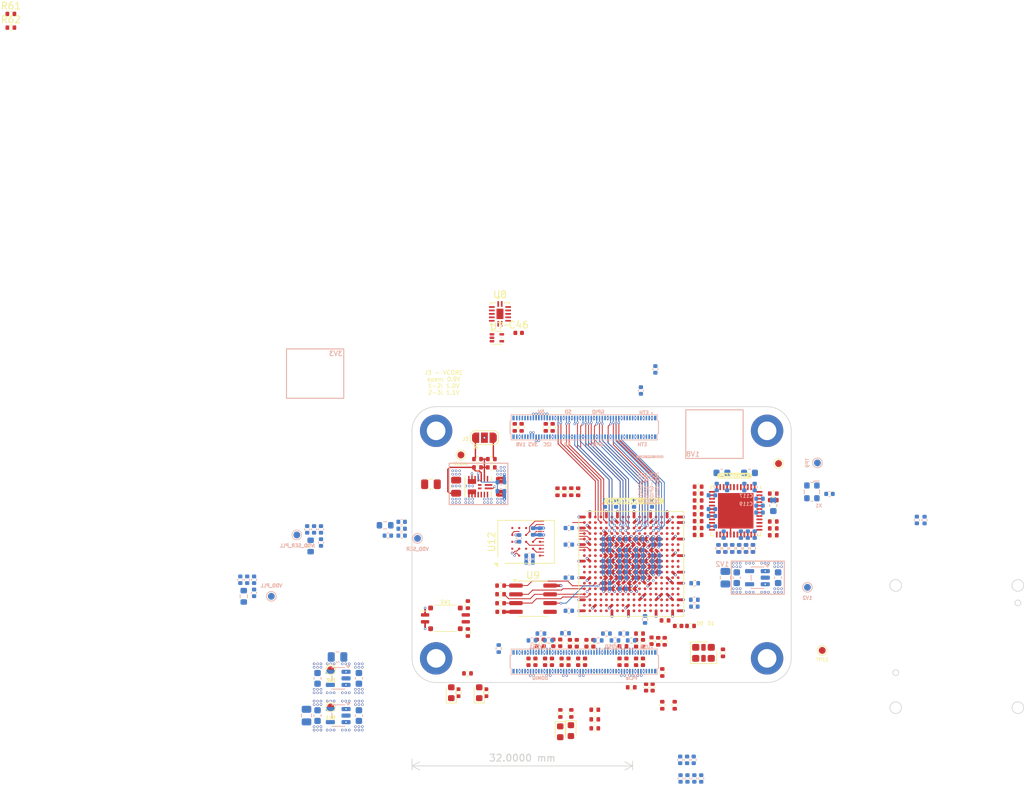
<source format=kicad_pcb>
(kicad_pcb (version 20241229) (generator "pcbnew") (generator_version "9.0")
  (layers (0 "F.Cu" signal) (4 "In1.Cu" power "GND.Cu") (6 "In2.Cu" signal "PWR.Cu") (2 "B.Cu" signal) (13 "F.Paste" user) (15 "B.Paste" user) (5 "F.SilkS" user "F.Silkscreen") (7 "B.SilkS" user "B.Silkscreen") (1 "F.Mask" user) (3 "B.Mask" user) (25 "Edge.Cuts" user))
  (property "project_creator" "Intergalaktik d.o.o.")
  (property "project_license" "CERN-OHL-S v2")
  (property "project_name" "ULX5M-GS")
  (property "project_version" "v004")
  (property "project_year" "2025")
  (net 0 "")
  (net 1 "+5V")
  (net 2 "GND")
  (net 3 "VDD_CORE")
  (net 4 "VDD_PLL")
  (net 5 "VDD_SER_PLL")
  (net 6 "VDD_SER")
  (net 7 "+1V8")
  (net 8 "+1V2")
  (net 9 "/cm4-hsio/DDMI1_TX0_P")
  (net 10 "/cm4-hsio/DDMI1_TX0_N")
  (net 11 "/cm4-hsio/DDMI1_TX1_P")
  (net 12 "/cm4-hsio/DDMI1_TX1_N")
  (net 13 "/cm4-hsio/DDMI1_TX2_P")
  (net 14 "/cm4-hsio/DDMI1_TX2_N")
  (net 15 "/cm4-hsio/DDMI1_CLK_P")
  (net 16 "/cm4-hsio/DDMI1_CLK_N")
  (net 17 "Net-(J2-Pad96)")
  (net 18 "/serdes/SER_CLK_N")
  (net 19 "/serdes/PCIe_TX_BC_P")
  (net 20 "/cm4-hsio/PCIe_TX_P")
  (net 21 "/serdes/PCIe_TX_BC_N")
  (net 22 "/cm4-hsio/PCIe_TX_N")
  (net 23 "/cm4-hsio/PCIe_CLK_P")
  (net 24 "/cm4-hsio/PCIe_CLK_N")
  (net 25 "RST_N")
  (net 26 "Net-(D1-A)")
  (net 27 "Net-(J3-Pin_1)")
  (net 28 "Net-(J3-Pin_3)")
  (net 29 "Net-(C114-Pad1)")
  (net 30 "Net-(U3-EN)")
  (net 31 "/power/TESTMODE")
  (net 32 "Net-(R8-Pad1)")
  (net 33 "Net-(U4G-NC)")
  (net 34 "/config/SPI_IO3")
  (net 35 "/config/JTAG_TMS")
  (net 36 "/config/SPI_IO2")
  (net 37 "/config/JTAG_TDI")
  (net 38 "/config/SPI_SCK")
  (net 39 "/config/SPI_CSN")
  (net 40 "/config/JTAG_TCK")
  (net 41 "/config/JTAG_TDO")
  (net 42 "/cm4-gpio/SDA0")
  (net 43 "/cm4-gpio/SCL0")
  (net 44 "Net-(J2-Pad94)")
  (net 45 "Net-(U4D-IO_EA_B0)")
  (net 46 "Net-(U4D-IO_EA_A0)")
  (net 48 "Net-(U14-AVDDL_PLL)")
  (net 49 "/ethernet/LEDY")
  (net 50 "/cm4-gpio/ETH0_P")
  (net 51 "/ethernet/LEDG")
  (net 52 "/cm4-gpio/ETH0_N")
  (net 53 "/cm4-gpio/ETH1_P")
  (net 54 "/cm4-gpio/ETH1_N")
  (net 55 "/cm4-hsio/PCIe_RX_P")
  (net 56 "/cm4-hsio/PCIe_RX_N")
  (net 57 "Net-(U4A-SER_RTERM)")
  (net 58 "/cm4-gpio/SD_DAT0")
  (net 59 "/cm4-gpio/SD_DAT2")
  (net 60 "/cm4-gpio/SD_CLK")
  (net 61 "/cm4-gpio/GPIO11")
  (net 62 "/cm4-gpio/GPIO15")
  (net 63 "/cm4-gpio/GPIO19")
  (net 64 "/cm4-gpio/GPIO25")
  (net 65 "/cm4-gpio/SD_DAT3")
  (net 67 "/cm4-gpio/SD_CMD")
  (net 68 "/cm4-gpio/GPIO7")
  (net 69 "/cm4-gpio/GPIO10")
  (net 70 "/cm4-gpio/GPIO14")
  (net 71 "/cm4-gpio/GPIO24")
  (net 74 "/cm4-gpio/GPIO2")
  (net 75 "/cm4-gpio/GPIO4")
  (net 76 "/cm4-gpio/GPIO8")
  (net 77 "/cm4-gpio/GPIO13")
  (net 78 "/cm4-gpio/GPIO17")
  (net 79 "/cm4-gpio/GPIO21")
  (net 80 "/cm4-gpio/GPIO23")
  (net 81 "/cm4-gpio/GPIO27")
  (net 82 "/ethernet/RGMII_REFCLK")
  (net 83 "/ethernet/RGMII_INT_N")
  (net 84 "PWR_BTN")
  (net 85 "/cm4-gpio/GPIO3")
  (net 86 "/cm4-gpio/GPIO5")
  (net 87 "/cm4-gpio/GPIO9")
  (net 88 "/cm4-gpio/GPIO12")
  (net 89 "/cm4-gpio/GPIO16")
  (net 90 "/cm4-gpio/GPIO20")
  (net 91 "/cm4-gpio/GPIO22")
  (net 92 "/cm4-gpio/GPIO26")
  (net 93 "/ethernet/RGMII_RX_CLK")
  (net 94 "/ethernet/RGMII_RX_DV")
  (net 95 "/config/SPI_IO1")
  (net 96 "/config/SPI_IO0")
  (net 97 "/config/~{CFG_FAIL}")
  (net 98 "/config/CFG_DONE")
  (net 99 "/cm4-gpio/nLED_act")
  (net 100 "/cm4-hsio/USB_P")
  (net 101 "/cm4-hsio/USB_N")
  (net 103 "/ethernet/RGMII_RXD0")
  (net 104 "/ethernet/RGMII_RXD1")
  (net 105 "/ethernet/RGMII_RXD2")
  (net 106 "/ethernet/RGMII_RXD3")
  (net 107 "/ethernet/RGMII_TXD0")
  (net 108 "/ethernet/RGMII_TXD1")
  (net 109 "/ethernet/RGMII_TXD2")
  (net 110 "/ethernet/RGMII_TXD3")
  (net 111 "/ethernet/RGMII_TXEN")
  (net 112 "/ethernet/RGMII_TX0")
  (net 113 "/ethernet/RGMII_TX_CLK")
  (net 114 "/ethernet/RGMII_TX1")
  (net 115 "/ethernet/RGMII_MDIO")
  (net 116 "Net-(U14-ISET)")
  (net 117 "/ethernet/PHY_CLK")
  (net 118 "/ethernet/ETH_CLK")
  (net 119 "/ethernet/RGMII_MDC")
  (net 120 "/ethernet/RGMII_RST_N")
  (net 121 "/cm4-gpio/ETH2_P")
  (net 122 "/cm4-gpio/ETH2_N")
  (net 123 "/cm4-gpio/ETH3_P")
  (net 124 "/cm4-gpio/ETH3_N")
  (net 129 "Net-(C109-Pad1)")
  (net 130 "/cm4-gpio/ETH0_LEDY")
  (net 131 "/cm4-gpio/ETH0_LEDG")
  (net 136 "/cm4-hsio/PCInRES")
  (net 137 "Net-(J1-Pad11)")
  (net 138 "Net-(J1-Pad6)")
  (net 139 "/cm4-hsio/PCIe_nWAKE")
  (net 152 "Net-(J2-Pad73)")
  (net 153 "Net-(J2-Pad97)")
  (net 154 "/cm4-gpio/SD_DAT1")
  (net 155 "/cm4-gpio/FAN_TACHO")
  (net 158 "Net-(J2-Pad100)")
  (net 159 "+3V3")
  (net 160 "/cm4-gpio/VBAT")
  (net 161 "/cm4-gpio/ETH_SYNC_O")
  (net 170 "/memory/eMMC_CLK")
  (net 174 "/memory/HR_CK_P")
  (net 175 "/memory/HR_DQ2")
  (net 176 "/memory/HR_DQ0")
  (net 177 "/memory/HR_RWDS")
  (net 178 "/memory/eMMC_DAT2")
  (net 179 "/memory/HR_DQ3")
  (net 182 "/memory/eMMC_DAT7")
  (net 183 "/memory/HR_DQ4")
  (net 184 "/cm4-hsio/PCIe_CLK_nREQ")
  (net 185 "/cm4-gpio/nRpiBOOT")
  (net 186 "Net-(J2-Pad75)")
  (net 189 "/cm4-gpio/LED_nPWR")
  (net 190 "/cm4-gpio/EEPROM_nWP")
  (net 191 "/memory/eMMC_CMD")
  (net 193 "/memory/eMMC_STRB")
  (net 199 "/cm4-hsio/USB_OTG_ID")
  (net 200 "/memory/HR_DQ5")
  (net 201 "/memory/HR_CK_N")
  (net 202 "/memory/eMMC_DAT6")
  (net 203 "/memory/~{HR_RST}")
  (net 207 "/serdes/SER_CLK_P")
  (net 208 "/serdes/SER_CK_P")
  (net 209 "/serdes/SER_CK_N")
  (net 211 "/cm4-gpio/GPIO18")
  (net 212 "/cm4-gpio/GPIO6")
  (net 213 "/memory/eMMC_DAT3")
  (net 214 "/memory/HR_DQ6")
  (net 216 "/ethernet/RGMII_TX2")
  (net 217 "/ethernet/RGMII_TX3")
  (net 218 "/ethernet/RGMII_TXE")
  (net 219 "/ethernet/RGMII_TX_CK")
  (net 220 "/ethernet/RGMII_RX_D")
  (net 221 "/ethernet/RGMII_RX0")
  (net 222 "/ethernet/RGMII_RX1")
  (net 223 "/ethernet/RGMII_RX2")
  (net 224 "/ethernet/RGMII_RX3")
  (net 225 "/ethernet/RGMII_RX_CK")
  (net 226 "/config/JTAG_CFG_MD3")
  (net 227 "/config/JTAG_CFG_MD2")
  (net 228 "/config/JTAG_CFG_MD1")
  (net 229 "/config/JTAG_CFG_MD0")
  (net 230 "/serdes/SER_PORT_ADJ")
  (net 231 "Net-(X2-OE)")
  (net 232 "Net-(U3-FB)")
  (net 233 "/cm4-hsio/DDMI0_TX0_P")
  (net 234 "/cm4-hsio/DDMI0_TX0_N")
  (net 235 "/cm4-hsio/DDMI0_TX1_P")
  (net 236 "/cm4-hsio/DDMI0_TX1_N")
  (net 237 "/cm4-hsio/DDMI0_TX2_P")
  (net 238 "/cm4-hsio/DDMI0_TX2_N")
  (net 239 "/cm4-hsio/DDMI0_CLK_P")
  (net 240 "/cm4-hsio/DDMI0_CLK_N")
  (net 241 "/lvds/LED0")
  (net 242 "/lvds/ALED0")
  (net 243 "/lvds/ALED1")
  (net 244 "/lvds/LED1")
  (net 245 "/memory/HR_DQ1")
  (net 246 "/memory/eMMC_DAT4")
  (net 247 "/memory/~{HR_CS}")
  (net 249 "/memory/eMMC_DAT1")
  (net 250 "/memory/eMMC_DAT0")
  (net 252 "/lvds/DDMI1_HS_TX0_P")
  (net 253 "/lvds/DDMI1_HS_TX0_N")
  (net 254 "/cm4-hsio/LVDS0_D0_P")
  (net 255 "/cm4-hsio/LVDS1_D3_P")
  (net 256 "/cm4-hsio/LVDS1_D2_N")
  (net 257 "/cm4-hsio/LVDS1_C_N")
  (net 258 "/cm4-hsio/LVDS0_D0_N")
  (net 259 "/cm4-hsio/LVDS1_D0_N")
  (net 260 "/cm4-hsio/LVDS0_D2_P")
  (net 261 "/cm4-hsio/LVDS1_D0_P")
  (net 262 "/cm4-hsio/DDMI0_SDA")
  (net 263 "/cm4-hsio/LVDS1_D1_P")
  (net 264 "/cm4-hsio/LVDS0_D2_N")
  (net 265 "/cm4-hsio/LVDS1_C_P")
  (net 266 "/cm4-hsio/LVDS0_D3_P")
  (net 267 "/cm4-hsio/LVDS0_D3_N")
  (net 268 "/cm4-hsio/LVDS1_D2_P")
  (net 269 "/cm4-hsio/LVDS1_D3_N")
  (net 270 "/cm4-hsio/LVDS0_C_P")
  (net 271 "/cm4-hsio/DDMI0_SCL")
  (net 272 "/cm4-hsio/LVDS0_D1_N")
  (net 273 "/cm4-hsio/LVDS1_D1_N")
  (net 274 "/cm4-hsio/LVDS0_D1_P")
  (net 275 "/cm4-hsio/LVDS0_C_N")
  (net 277 "Net-(R31-Pad1)")
  (net 278 "Net-(R32-Pad1)")
  (net 279 "Net-(D2-A)")
  (net 281 "Net-(U8-Pad2)")
  (net 282 "Net-(U8-Pad10)")
  (net 284 "/power/DC_1V8")
  (net 285 "/power/DC_3V3")
  (net 286 "/power/DC_1V2")
  (net 288 "/lvds/DDMI1_HS_TX1_P")
  (net 289 "/lvds/DDMI1_HS_TX1_N")
  (net 290 "/lvds/DDMI1_HS_TX2_P")
  (net 291 "/lvds/DDMI1_HS_TX2_N")
  (net 292 "/lvds/DDMI1_HS_CLK_P")
  (net 293 "/lvds/DDMI1_HS_CLK_N")
  (net 294 "/lvds/DDMI0_HS_TX0_P")
  (net 295 "/lvds/DDMI0_HS_TX0_N")
  (net 296 "/lvds/DDMI0_HS_TX1_P")
  (net 297 "/lvds/DDMI0_HS_TX1_N")
  (net 298 "/lvds/DDMI0_HS_TX2_P")
  (net 299 "/lvds/DDMI0_HS_TX2_N")
  (net 300 "/lvds/DDMI0_HS_CLK_P")
  (net 301 "/lvds/DDMI0_HS_CLK_N")
  (net 312 "GPIO_VREF")
  (net 313 "/power/DC_OUT")
  (net 314 "/power/SW")
  (net 315 "/memory/eMMC_DAT5")
  (net 316 "/memory/HR_DQ7")
  (footprint "kibuzzard-686CE423" (layer "F.Cu") (at 91.322237 71.143549)
    (property "Reference" "kibuzzard-686CE423" (hide yes))
    (property "Value" "G***" (hide yes))
  )
  (footprint "Resistor_SMD:R_0402_1005Metric" (layer "F.Cu") (at 0.955 2.485)
    (property "Reference" "R62")
    (property "Value" "5k1")
  )
  (footprint "Resistor_SMD:R_0402_1005Metric" (layer "F.Cu") (at 69.88 98.94 90)
    (property "Reference" "R32" (hide yes))
    (property "Value" "200R" (hide yes))
  )
  (footprint "Capacitor_SMD:C_0402_1005Metric" (layer "F.Cu") (at 71.98 87.21)
    (property "Reference" "C48" (hide yes))
    (property "Value" "100n" (hide yes))
  )
  (footprint "Resistor_SMD:R_0402_1005Metric" (layer "F.Cu") (at 100.63 70.06 180)
    (property "Reference" "R85" (hide yes))
    (property "Value" "4k7" (hide yes))
  )
  (footprint "Capacitor_SMD:C_0402_1005Metric" (layer "F.Cu") (at 93.87 91.41 -90)
    (property "Reference" "C126" (hide yes))
    (property "Value" "10n" (hide yes))
  )
  (footprint "Capacitor_SMD:C_0402_1005Metric" (layer "F.Cu") (at 77.23 91.71 -90)
    (property "Reference" "C60" (hide yes))
    (property "Value" "220n" (hide yes))
  )
  (footprint "MountingHole:MountingHole_2.7mm_M2.5_DIN965_Pad" (layer "F.Cu") (at 62.63 93.96)
    (property "Reference" "H3" (hide yes))
    (property "Value" "MountingHole" (hide yes))
  )
  (footprint "ulx5m-gs:BGA-324_15.0x15.0mm_Layout18x18_P0.8mm_Ball0.45mm_Pad0.4mm_NSMD" (layer "F.Cu") (at 90.93 80.26)
    (property "Reference" "U4" (hide yes))
    (property "Value" "GateMate-CCGM1A1" (hide yes))
  )
  (footprint "Capacitor_SMD:C_0402_1005Metric" (layer "F.Cu") (at 80.63 91.71 -90)
    (property "Reference" "C63" (hide yes))
    (property "Value" "220n" (hide yes))
  )
  (footprint "Resistor_SMD:R_0402_1005Metric" (layer "F.Cu") (at 71.98 83.41)
    (property "Reference" "R38" (hide yes))
    (property "Value" "4k7" (hide yes))
  )
  (footprint "Resistor_SMD:R_0402_1005Metric" (layer "F.Cu") (at 111.53 75.11 180)
    (property "Reference" "R67" (hide yes))
    (property "Value" "4k7" (hide yes))
  )
  (footprint "Capacitor_SMD:C_0402_1005Metric" (layer "F.Cu") (at 92.63 91.76 90)
    (property "Reference" "C129" (hide yes))
    (property "Value" "100n" (hide yes))
  )
  (footprint "Capacitor_SMD:C_0402_1005Metric" (layer "F.Cu") (at 92.63 94.46 -90)
    (property "Reference" "C136" (hide yes))
    (property "Value" "100n" (hide yes))
  )
  (footprint "Resistor_SMD:R_0402_1005Metric" (layer "F.Cu") (at 95.43 96.01 -90)
    (property "Reference" "R58" (hide yes))
    (property "Value" "1k5" (hide yes))
  )
  (footprint "Capacitor_SMD:C_0805_2012Metric" (layer "F.Cu") (at 65.53 69.06 90)
    (property "Reference" "C10" (hide yes))
    (property "Value" "22u" (hide yes))
  )
  (footprint "Resistor_SMD:R_0402_1005Metric" (layer "F.Cu") (at 103.58 78.01 -90)
    (property "Reference" "R101" (hide yes))
    (property "Value" "27R" (hide yes))
  )
  (footprint "Resistor_SMD:R_0402_1005Metric" (layer "F.Cu") (at 85.64 102.81 180)
    (property "Reference" "R39" (hide yes))
    (property "Value" "4k7" (hide yes))
  )
  (footprint "Resistor_SMD:R_0402_1005Metric" (layer "F.Cu") (at 111.53 71.01 180)
    (property "Reference" "R104" (hide yes))
    (property "Value" "27R" (hide yes))
  )
  (footprint "Resistor_SMD:R_0402_1005Metric" (layer "F.Cu") (at 95.43 100.76 -90)
    (property "Reference" "R8" (hide yes))
    (property "Value" "0R" (hide yes))
  )
  (footprint "Capacitor_SMD:C_0402_1005Metric" (layer "F.Cu") (at 79.63 91.71 -90)
    (property "Reference" "C64" (hide yes))
    (property "Value" "220n" (hide yes))
  )
  (footprint "Capacitor_SMD:C_0402_1005Metric" (layer "F.Cu") (at 78.23 91.71 -90)
    (property "Reference" "C59" (hide yes))
    (property "Value" "220n" (hide yes))
  )
  (footprint "Capacitor_SMD:C_0805_2012Metric" (layer "F.Cu") (at 72.03 69.06 90)
    (property "Reference" "C1" (hide yes))
    (property "Value" "22u" (hide yes))
  )
  (footprint "LED_SMD:LED_0603_1608Metric" (layer "F.Cu") (at 80.63 104.61 -90)
    (property "Reference" "D9" (hide yes))
    (property "Value" "LED" (hide yes))
  )
  (footprint "Resistor_SMD:R_0402_1005Metric" (layer "F.Cu") (at 79.53 60.46 90)
    (property "Reference" "R128" (hide yes))
    (property "Value" "10k" (hide yes))
  )
  (footprint "LED_SMD:LED_0603_1608Metric" (layer "F.Cu") (at 82.18 104.44 -90)
    (property "Reference" "D10" (hide yes))
    (property "Value" "LED" (hide yes))
  )
  (footprint "Capacitor_SMD:C_0402_1005Metric" (layer "F.Cu") (at 76.03 94.46 -90)
    (property "Reference" "C66" (hide yes))
    (property "Value" "220n" (hide yes))
  )
  (footprint "Resistor_SMD:R_0402_1005Metric" (layer "F.Cu") (at 71.98 84.66)
    (property "Reference" "R33" (hide yes))
    (property "Value" "4k7" (hide yes))
  )
  (footprint "Capacitor_SMD:C_0402_1005Metric" (layer "F.Cu") (at 81.83 94.46 -90)
    (property "Reference" "C24" (hide yes))
    (property "Value" "220n" (hide yes))
  )
  (footprint "Capacitor_SMD:C_0402_1005Metric" (layer "F.Cu") (at 94.03 98.16 -90)
    (property "Reference" "C132" (hide yes))
    (property "Value" "100n" (hide yes))
  )
  (footprint "TestPoint:TestPoint_Pad_D1.0mm" (layer "F.Cu") (at 112.29 65.71 180)
    (property "Reference" "TP7" (hide yes))
    (property "Value" "GND")
  )
  (footprint "Resistor_SMD:R_0805_2012Metric" (layer "F.Cu") (at 61.88 68.71 180)
    (property "Reference" "R13" (hide yes))
    (property "Value" "0R" (hide yes))
  )
  (footprint "Resistor_SMD:R_0402_1005Metric" (layer "F.Cu") (at 104.23 93.16 90)
    (property "Reference" "R143" (hide yes))
    (property "Value" "100k" (hide yes))
  )
  (footprint "Resistor_SMD:R_0402_1005Metric" (layer "F.Cu") (at 81.23 69.8 -90)
    (property "Reference" "R149" (hide yes))
    (property "Value" "10k" (hide yes))
  )
  (footprint "Diode_SMD:D_0603_1608Metric" (layer "F.Cu") (at 68.88 98.9425 90)
    (property "Reference" "D2" (hide yes))
    (property "Value" "red" (hide yes))
  )
  (footprint "Resistor_SMD:R_0402_1005Metric" (layer "F.Cu") (at 67.23 90.21 -90)
    (property "Reference" "R24" (hide yes))
    (property "Value" "10k" (hide yes))
  )
  (footprint "Resistor_SMD:R_0402_1005Metric" (layer "F.Cu") (at 80.65 101.9475 90)
    (property "Reference" "R59" (hide yes))
    (property "Value" "R300" (hide yes))
  )
  (footprint "MountingHole:MountingHole_2.7mm_M2.5_DIN965_Pad" (layer "F.Cu") (at 110.63 60.96)
    (property "Reference" "H2" (hide yes))
    (property "Value" "MountingHole" (hide yes))
  )
  (footprint "Capacitor_SMD:C_0402_1005Metric" (layer "F.Cu") (at 74.6 46.76)
    (property "Reference" "C46")
    (property "Value" "100n")
  )
  (footprint "Capacitor_SMD:C_0402_1005Metric" (layer "F.Cu") (at 91.63 94.46 -90)
    (property "Reference" "C137" (hide yes))
    (property "Value" "100n" (hide yes))
  )
  (footprint "Capacitor_SMD:C_0402_1005Metric" (layer "F.Cu") (at 83.03 91.76 -90)
    (property "Reference" "C5" (hide yes))
    (property "Value" "220n" (hide yes))
  )
  (footprint "Capacitor_SMD:C_0402_1005Metric" (layer "F.Cu") (at 97.73 89.26 180)
    (property "Reference" "C133" (hide yes))
    (property "Value" "100n" (hide yes))
  )
  (footprint "Resistor_SMD:R_0402_1005Metric" (layer "F.Cu") (at 89.73 92.21 180)
    (property "Reference" "R110" (hide yes))
    (property "Value" "dnp" (hide yes))
  )
  (footprint "Package_DFN_QFN:DHVQFN-14-1EP_2.5x3mm_P0.5mm_EP1x1.5mm" (layer "F.Cu") (at 71.89 44)
    (property "Reference" "U8")
    (property "Value" "SN74AUC00")
  )
  (footprint "TestPoint:TestPoint_Pad_D1.0mm" (layer "F.Cu") (at 66.23 64.46 -90)
    (property "Reference" "TP3" (hide yes))
    (property "Value" "Vcore")
  )
  (footprint "Resistor_SMD:R_0402_1005Metric" (layer "F.Cu") (at 99.53 89.26 180)
    (property "Reference" "R112" (hide yes))
    (property "Value" "dnp" (hide yes))
  )
  (footprint "Resistor_SMD:R_0402_1005Metric" (layer "F.Cu") (at 111.53 76.11 180)
    (property "Reference" "R96" (hide yes))
    (property "Value" "4k7" (hide yes))
  )
  (footprint "Package_TO_SOT_SMD:SOT-553" (layer "F.Cu") (at 71.44 47.465)
    (property "Reference" "U7")
    (property "Value" "74LVC1GU04DRL")
  )
  (footprint "Resistor_SMD:R_0402_1005Metric" (layer "F.Cu") (at 100.63 74.06 180)
    (property "Reference" "R92" (hide yes))
    (property "Value" "27R" (hide yes))
  )
  (footprint "Capacitor_SMD:C_0402_1005Metric" (layer "F.Cu") (at 85.43 91.76 -90)
    (property "Reference" "C19" (hide yes))
    (property "Value" "220n" (hide yes))
  )
  (footprint "Resistor_SMD:R_0402_1005Metric" (layer "F.Cu") (at 95.83 88.46)
    (property "Reference" "R113" (hide yes))
    (property "Value" "dnp" (hide yes))
  )
  (footprint "Resistor_SMD:R_0402_1005Metric" (layer "F.Cu") (at 105.58 78.01 -90)
    (property "Reference" "R99" (hide yes))
    (property "Value" "27R" (hide yes))
  )
  (footprint "Resistor_SMD:R_0402_1005Metric" (layer "F.Cu") (at 100.63 76.06 180)
    (property "Reference" "R93" (hide yes))
    (property "Value" "27R" (hide yes))
  )
  (footprint "Capacitor_SMD:C_0402_1005Metric" (layer "F.Cu") (at 89.23 94.46 -90)
    (property "Reference" "C135" (hide yes))
    (property "Value" "100n" (hide yes))
  )
  (footprint "TestPoint:TestPoint_Pad_D1.0mm" (layer "F.Cu") (at 47.33 101.01)
    (property "Reference" "TP1" (hide yes))
    (property "Value" "1V8")
  )
  (footprint "Resistor_SMD:R_0402_1005Metric" (layer "F.Cu") (at 100.63 72.06 180)
    (property "Reference" "R90" (hide yes))
    (property "Value" "27R" (hide yes))
  )
  (footprint "Resistor_SMD:R_0402_1005Metric" (layer "F.Cu") (at 67.23 86.16 90)
    (property "Reference" "R25" (hide yes))
    (property "Value" "10k" (hide yes))
  )
  (footprint "Diode_SMD:D_0603_1608Metric" (layer "F.Cu") (at 64.83 98.945 90)
    (property "Reference" "D1" (hide yes))
    (property "Value" "green" (hide yes))
  )
  (footprint "Capacitor_SMD:C_0402_1005Metric" (layer "F.Cu") (at 83.23 94.46 -90)
    (property "Reference" "C12" (hide yes))
    (property "Value" "220n" (hide yes))
  )
  (footprint "Resistor_SMD:R_0402_1005Metric" (layer "F.Cu") (at 100.63 69.06 180)
    (property "Reference" "R84" (hide yes))
    (property "Value" "4k7" (hide yes))
  )
  (footprint "Resistor_SMD:R_0402_1005Metric" (layer "F.Cu") (at 111.53 70.06 180)
    (property "Reference" "R103" (hide yes))
    (property "Value" "12k1" (hide yes))
  )
  (footprint "Resistor_SMD:R_0402_1005Metric" (layer "F.Cu") (at 68.63 65.06)
    (property "Reference" "R14" (hide yes))
    (property "Value" "120k" (hide yes))
  )
  (footprint "Capacitor_SMD:C_0402_1005Metric" (layer "F.Cu") (at 80.83 94.46 -90)
    (property "Reference" "C25" (hide yes))
    (property "Value" "220n" (hide yes))
  )
  (footprint "MountingHole:MountingHole_2.7mm_M2.5_DIN965_Pad" (layer "F.Cu") (at 110.63 93.96)
    (property "Reference" "H4" (hide yes))
    (property "Value" "MountingHole" (hide yes))
  )
  (footprint "Resistor_SMD:R_0402_1005Metric" (layer "F.Cu") (at 106.58 78.01 -90)
    (property "Reference" "R98" (hide yes))
    (property "Value" "27R" (hide yes))
  )
  (footprint "Resistor_SMD:R_0402_1005Metric" (layer "F.Cu") (at 80.23 69.8 -90)
    (property "Reference" "R147" (hide yes))
    (property "Value" "10k" (hide yes))
  )
  (footprint "Resistor_SMD:R_0402_1005Metric" (layer "F.Cu") (at 71.98 85.96)
    (property "Reference" "R35" (hide yes))
    (property "Value" "4k7" (hide yes))
  )
  (footprint "MountingHole:MountingHole_2.7mm_M2.5_DIN965_Pad" (layer "F.Cu") (at 62.63 60.96)
    (property "Reference" "H1" (hide yes))
    (property "Value" "MountingHole" (hide yes))
  )
  (footprint "Capacitor_SMD:C_0402_1005Metric" (layer "F.Cu") (at 84.23 94.46 -90)
    (property "Reference" "C7" (hide yes))
    (property "Value" "220n" (hide yes))
  )
  (footprint "Capacitor_SMD:C_0402_1005Metric" (layer "F.Cu") (at 91.63 91.76 90)
    (property "Reference" "C130" (hide yes))
    (property "Value" "100n" (hide yes))
  )
  (footprint "Resistor_SMD:R_0402_1005Metric" (layer "F.Cu") (at 108.58 78.01 -90)
    (property "Reference" "R102" (hide yes))
    (property "Value" "27R" (hide yes))
  )
  (footprint "Capacitor_SMD:C_0402_1005Metric" (layer "F.Cu") (at 90.23 94.46 -90)
    (property "Reference" "C134" (hide yes))
    (property "Value" "100n" (hide yes))
  )
  (footprint "Resistor_SMD:R_0402_1005Metric" (layer "F.Cu") (at 100.63 71.06 180)
    (property "Reference" "R89" (hide yes))
    (property "Value" "27R" (hide yes))
  )
  (footprint "Resistor_SMD:R_0402_1005Metric" (layer "F.Cu") (at 95.78 91.49 90)
    (property "Reference" "R45" (hide yes))
    (property "Value" "27" (hide yes))
  )
  (footprint "Resistor_SMD:R_0402_1005Metric" (layer "F.Cu") (at 70.63 66.26 180)
    (property "Reference" "R12" (hide yes))
    (property "Value" "40k" (hide yes))
  )
  (footprint "Resistor_SMD:R_0402_1005Metric" (layer "F.Cu") (at 94.84 91.49 90)
    (property "Reference" "R44" (hide yes))
    (property "Value" "27" (hide yes))
  )
  (footprint "Resistor_SMD:R_0402_1005Metric" (layer "F.Cu") (at 67.18 96.14 180)
    (property "Reference" "R29" (hide yes))
    (property "Value" "10k" (hide yes))
  )
  (footprint "Package_SO:SOIC-8_3.9x4.9mm_P1.27mm" (layer "F.Cu") (at 76.68 85.31)
    (property "Reference" "U9")
    (property "Value" "AT25QL321-MBUE-T" (hide yes))
  )
  (footprint "Resistor_SMD:R_0402_1005Metric" (layer "F.Cu") (at 107.575 78.01 -90)
    (property "Reference" "R97" (hide yes))
    (property "Value" "27R" (hide yes))
  )
  (footprint "Resistor_SMD:R_0402_1005Metric" (layer "F.Cu") (at 90.93 98.16 180)
    (property "Reference" "R107" (hide yes))
    (property "Value" "dnp" (hide yes))
  )
  (footprint "Resistor_SMD:R_0402_1005Metric" (layer "F.Cu") (at 92.13 90.36 180)
    (property "Reference" "R108" (hide yes))
    (property "Value" "dnp" (hide yes))
  )
  (footprint "Resistor_SMD:R_0402_1005Metric" (layer "F.Cu") (at 75.03 60.46 90)
    (property "Reference" "R138" (hide yes))
    (property "Value" "10k" (hide yes))
  )
  (footprint "TestPoint:TestPoint_Pad_D1.0mm" (layer "F.Cu") (at 118.63 92.81 180)
    (property "Reference" "TP11")
    (property "Value" "GND" (hide yes))
  )
  (footprint "Resistor_SMD:R_0402_1005Metric" (layer "F.Cu") (at 82.24 101.9475 90)
    (property "Reference" "R63" (hide yes))
    (property "Value" "R300" (hide yes))
  )
  (footprint "Package_DFN_QFN:QFN-48-1EP_7x7mm_P0.5mm_EP5.15x5.15mm" (layer "F.Cu") (at 106.08 72.56 -90)
    (property "Reference" "U14" (hide yes))
    (property "Value" "KSZ9031RNXCA" (hide yes))
  )
  (footprint "Resistor_SMD:R_0402_1005Metric" (layer "F.Cu") (at 0.955 0.495)
    (property "Reference" "R61")
    (property "Value" "5k1")
  )
  (footprint "Oscillator:Oscillator_SMD_SiTime_PQFD-6L_3.2x2.5mm" (layer "F.Cu") (at 101.405 93.16 -90)
    (property "Reference" "X2" (hide yes))
    (property "Value" "511FCA100M000BAG" (hide yes))
  )
  (footprint "Resistor_SMD:R_0402_1005Metric" (layer "F.Cu") (at 82.23 69.79 -90)
    (property "Reference" "R150" (hide yes))
    (property "Value" "10k" (hide yes))
  )
  (footprint "Resistor_SMD:R_0402_1005Metric" (layer "F.Cu") (at 68.63 66.26)
    (property "Reference" "R15" (hide yes))
    (property "Value" "20k" (hide yes))
  )
  (footprint "Button_Switch_SMD:SW_DIP_SPSTx02_Slide_Copal_CVS-02xB_W5.9mm_P1mm" (layer "F.Cu") (at 63.98 88.16)
    (property "Reference" "SW1")
    (property "Value" "219-2MST" (hide yes))
  )
  (footprint "Resistor_SMD:R_0402_1005Metric" (layer "F.Cu") (at 65.84 98.94 -90)
    (property "Reference" "R31" (hide yes))
    (property "Value" "200R" (hide yes))
  )
  (footprint "Capacitor_SMD:C_0402_1005Metric" (layer "F.Cu") (at 78.43 94.46 -90)
    (property "Reference" "C62" (hide yes))
    (property "Value" "220n" (hide yes))
  )
  (footprint "Resistor_SMD:R_0402_1005Metric" (layer "F.Cu") (at 74.03 60.46 90)
    (property "Reference" "R139" (hide yes))
    (property "Value" "10k" (hide yes))
  )
  (footprint "Resistor_SMD:R_0402_1005Metric" (layer "F.Cu") (at 78.53 60.46 90)
    (property "Reference" "R134" (hide yes))
    (property "Value" "10k" (hide yes))
  )
  (footprint "Resistor_SMD:R_0402_1005Metric" (layer "F.Cu") (at 85.64 101.41 180)
    (property "Reference" "R36" (hide yes))
    (property "Value" "4k7" (hide yes))
  )
  (footprint "Capacitor_SMD:C_0402_1005Metric" (layer "F.Cu") (at 77.03 94.46 -90)
    (property "Reference" "C65" (hide yes))
    (property "Value" "220n" (hide yes))
  )
  (footprint "Resistor_SMD:R_0402_1005Metric" (layer "F.Cu") (at 100.63 75.06 180)
    (property "Reference" "R94" (hide yes))
    (property "Value" "27R" (hide yes))
  )
  (footprint "Resistor_SMD:R_0402_1005Metric" (layer "F.Cu") (at 100.63 73.06 180)
    (property "Reference" "R91" (hide yes))
    (property "Value" "27R" (hide yes))
  )
  (footprint "TestPoint:TestPoint_Pad_D1.0mm" (layer "F.Cu") (at 47.33 95.61)
    (property "Reference" "TP2" (hide yes))
    (property "Value" "3V3")
  )
  (footprint "Package_BGA:BGA-24_6x8mm_Layout5x5_P1.0mm" (layer "F.Cu") (at 75.68 77.06 90)
    (property "Reference" "U12")
    (property "Value" "S27KL0641" (hide yes))
  )
  (footprint "Resistor_SMD:R_0402_1005Metric" (layer "F.Cu") (at 85.64 104.11 180)
    (property "Reference" "R34" (hide yes))
    (property "Value" "4k7" (hide yes))
  )
  (footprint "Jumper:SolderJumper-3_P1.3mm_Open_RoundedPad1.0x1.5mm" (layer "F.Cu") (at 69.63 61.96)
    (property "Reference" "J3")
    (property "Value" "Vcore_sel" (hide yes))
  )
  (footprint "Resistor_SMD:R_0402_1005Metric" (layer "F.Cu") (at 97.23 100.76 -90)
    (property "Reference" "R7" (hide yes))
    (property "Value" "0R" (hide yes))
  )
  (footprint "Resistor_SMD:R_0402_1005Metric" (layer "F.Cu") (at 83.23 69.8 -90)
    (property "Reference" "R148" (hide yes))
    (property "Value" "10k" (hide yes))
  )
  (footprint "Capacitor_SMD:C_0402_1005Metric" (layer "F.Cu") (at 84.43 91.76 -90)
    (property "Reference" "C20" (hide yes))
    (property "Value" "220n" (hide yes))
  )
  (footprint "Resistor_SMD:R_0402_1005Metric" (layer "F.Cu") (at 104.58 78.01 -90)
    (property "Reference" "R100" (hide yes))
    (property "Value" "27R" (hide yes))
  )
  (footprint "Resistor_SMD:R_0402_1005Metric" (layer "F.Cu") (at 70.64 65.06 180)
    (property "Reference" "R16" (hide yes))
    (property "Value" "60k" (hide yes))
  )
  (footprint "Capacitor_SMD:C_0402_1005Metric" (layer "F.Cu") (at 82.03 91.76 -90)
    (property "Reference" "C6" (hide yes))
    (property "Value" "220n" (hide yes))
  )
  (footprint "kibuzzard-686AA8CB" (layer "F.Cu") (at 105.9 67.47)
    (property "Reference" "kibuzzard-686AA8CB" (hide yes))
    (property "Value" "G***" (hide yes))
  )
  (footprint "ulx5m-gs:MPM3833CGRH-Z" (layer "F.Cu") (at 68.73 69.06 -90)
    (property "Reference" "U3" (hide yes))
    (property "Value" "MPM3833CGRH-Z" (hide yes))
  )
  (footprint "Capacitor_SMD:C_0402_1005Metric" (layer "F.Cu") (at 79.43 94.46 -90)
    (property "Reference" "C61" (hide yes))
    (property "Value" "220n" (hide yes))
  )
  (footprint "Resistor_SMD:R_0402_1005Metric" (layer "F.Cu") (at 111.53 74.11 180)
    (property "Reference" "R66" (hide yes))
    (property "Value" "4k7" (hide yes))
  )
  (footprint "Capacitor_SMD:C_0402_1005Metric" (layer "F.Cu") (at 93.08 98.16 -90)
    (property "Reference" "C131" (hide yes))
    (property "Value" "2u2" (hide yes))
  )
  (footprint "Resistor_SMD:R_0805_2012Metric" (layer "B.Cu") (at 43.83 102.26 -90)
    (property "Reference" "R10" (hide yes))
    (property "Value" "0R" (hide yes))
  )
  (footprint "Capacitor_SMD:C_0402_1005Metric" (layer "B.Cu") (at 81.88 75.06)
    (property "Reference" "C77" (hide yes))
    (property "Value" "22u" (hide yes))
  )
  (footprint "Capacitor_SMD:C_0402_1005Metric" (layer "B.Cu") (at 89.73 80.66 180)
    (property "Reference" "C28" (hide yes))
    (property "Value" "10n" (hide yes))
  )
  (footprint "Package_TO_SOT_SMD:SOT-23-5" (layer "B.Cu") (at 109.23 82.26 180)
    (property "Reference" "U5" (hide yes))
    (property "Value" "TLV75712PDBV" (hide yes))
  )
  (footprint "Capacitor_SMD:C_0402_1005Metric" (layer "B.Cu") (at 100.08 111.38 -90)
    (property "Reference" "C56" (hide yes))
    (property "Value" "100n" (hide yes))
  )
  (footprint "Capacitor_SMD:C_0402_1005Metric" (layer "B.Cu") (at 94.53 79.86 180)
    (property "Reference" "C97" (hide yes))
    (property "Value" "100n" (hide yes))
  )
  (footprint "Resistor_SMD:R_0805_2012Metric" (layer "B.Cu") (at 104.58 82.26 -90)
    (property "Reference" "R21" (hide yes))
    (property "Value" "0R" (hide yes))
  )
  (footprint "Capacitor_SMD:C_0402_1005Metric" (layer "B.Cu") (at 94.53 76.66 180)
    (property "Reference" "C103" (hide yes))
    (property "Value" "100n" (hide yes))
  )
  (footprint "Capacitor_SMD:C_0402_1005Metric" (layer "B.Cu") (at 45.93 77.16 -90)
    (property "Reference" "C127" (hide yes))
    (property "Value" "100n" (hide yes))
  )
  (footprint "kibuzzard-689F41CF" (layer "B.Cu") (at 93.64 64.72)
    (property "Reference" "kibuzzard-689F41CF" (hide yes))
    (property "Value" "G***" (hide yes))
  )
  (footprint "Resistor_SMD:R_0402_1005Metric" (layer "B.Cu") (at 78.93 91.36)
    (property "Reference" "R132" (hide yes))
    (property "Value" "150" (hide yes))
  )
  (footprint "Inductor_SMD:L_0603_1608Metric" (layer "B.Cu") (at 108.08 67.06 180)
    (property "Reference" "FB1" (hide yes))
    (property "Value" "BLM18PG121SN1D" (hide yes))
  )
  (footprint "Capacitor_SMD:C_0402_1005Metric" (layer "B.Cu") (at 34.23 82.56 -90)
    (property "Reference" "C33" (hide yes))
    (property "Value" "220n" (hide yes))
  )
  (footprint "Capacitor_SMD:C_0402_1005Metric" (layer "B.Cu") (at 88.73 71.51 -90)
    (property "Reference" "C86" (hide yes))
    (property "Value" "2u2" (hide yes))
  )
  (footprint "Capacitor_SMD:C_0402_1005Metric" (layer "B.Cu") (at 45.93 75.26 90)
    (property "Reference" "C124" (hide yes))
    (property "Value" "22u" (hide yes))
  )
  (footprint "Capacitor_SMD:C_0402_1005Metric" (layer "B.Cu") (at 87.33 81.46)
    (property "Reference" "C76" (hide yes))
    (property "Value" "100n" (hide yes))
  )
  (footprint "Capacitor_SMD:C_0402_1005Metric" (layer "B.Cu") (at 132.35 73.89 -90)
    (property "Reference" "C100" (hide yes))
    (property "Value" "2u2" (hide yes))
  )
  (footprint "Capacitor_SMD:C_0402_1005Metric" (layer "B.Cu") (at 107.33 69.11 -90)
    (property "Reference" "C116" (hide yes))
    (property "Value" "100n" (hide yes))
  )
  (footprint "Resistor_SMD:R_0402_1005Metric" (layer "B.Cu") (at 89.84 90.36)
    (property "Reference" "R54" (hide yes))
    (property "Value" "150" (hide yes))
  )
  (footprint "Resistor_SMD:R_0402_1005Metric" (layer "B.Cu") (at 100.13 83.06)
    (property "Reference" "R9" (hide yes))
    (property "Value" "dnp" (hide yes))
  )
  (footprint "Capacitor_SMD:C_0402_1005Metric" (layer "B.Cu") (at 109.53 71.81 180)
    (property "Reference" "C119")
    (property "Value" "10n" (hide yes))
  )
  (footprint "Resistor_SMD:R_0603_1608Metric" (layer "B.Cu") (at 55.23 74.66)
    (property "Reference" "R106" (hide yes))
    (property "Value" "1R" (hide yes))
  )
  (footprint "Resistor_SMD:R_0402_1005Metric" (layer "B.Cu") (at 88.57 91.36)
    (property "Reference" "R50" (hide yes))
    (property "Value" "150" (hide yes))
  )
  (footprint "Capacitor_SMD:C_0402_1005Metric" (layer "B.Cu") (at 57.63 75.16 180)
    (property "Reference" "C123" (hide yes))
    (property "Value" "2u2" (hide yes))
  )
  (footprint "Capacitor_SMD:C_0402_1005Metric" (layer "B.Cu") (at 104.83 69.11 -90)
    (property "Reference" "C114" (hide yes))
    (property "Value" "10u" (hide yes))
  )
  (footprint "Capacitor_SMD:C_0402_1005Metric" (layer "B.Cu") (at 44.93 75.26 90)
    (property "Reference" "C120" (hide yes))
    (property "Value" "220n" (hide yes))
  )
  (footprint "Capacitor_SMD:C_0402_1005Metric" (layer "B.Cu") (at 81.88 87.06)
    (property "Reference" "C43" (hide yes))
    (property "Value" "22u" (hide yes))
  )
  (footprint "Capacitor_SMD:C_0402_1005Metric" (layer "B.Cu") (at 89.73 78.26 180)
    (property "Reference" "C13" (hide yes))
    (property "Value" "2u2" (hide yes))
  )
  (footprint "Capacitor_SMD:C_0402_1005Metric" (layer "B.Cu") (at 100.08 86.46 180)
    (property "Reference" "C138" (hide yes))
    (property "Value" "100n" (hide yes))
  )
  (footprint "TestPoint:TestPoint_Pad_D1.0mm" (layer "B.Cu") (at 117.93 65.61 -90)
    (property "Reference" "TP9")
    (property "Value" "GND" (hide yes))
  )
  (footprint "Capacitor_SMD:C_0402_1005Metric" (layer "B.Cu") (at 89.73 81.46)
    (property "Reference" "C34" (hide yes))
    (property "Value" "100n" (hide yes))
  )
  (footprint "Capacitor_SMD:C_0402_1005Metric" (layer "B.Cu") (at 92.13 78.26)
    (property "Reference" "C31" (hide yes))
    (property "Value" "100n" (hide yes))
  )
  (footprint "Capacitor_SMD:C_0402_1005Metric" (layer "B.Cu") (at 76.68 75.56 90)
    (property "Reference" "C81" (hide yes))
    (property "Value" "10n" (hide yes))
  )
  (footprint "Capacitor_SMD:C_0402_1005Metric" (layer "B.Cu") (at 106.83 76.01 90)
    (property "Reference" "C107" (hide yes))
    (property "Value" "100n" (hide yes))
  )
  (footprint "Capacitor_SMD:C_0402_1005Metric" (layer "B.Cu") (at 87.33 80.66)
    (property "Reference" "C57" (hide yes))
    (property "Value" "100n" (hide yes))
  )
  (footprint "Capacitor_SMD:C_0402_1005Metric" (layer "B.Cu") (at 99.08 111.38 -90)
    (property "Reference" "C55" (hide yes))
    (property "Value" "100n" (hide yes))
  )
  (footprint "Capacitor_SMD:C_0603_1608Metric" (layer "B.Cu") (at 51.43 102.26 -90)
    (property "Reference" "C2" (hide yes))
    (property "Value" "1u" (hide yes))
  )
  (footprint "Capacitor_SMD:C_0402_1005Metric" (layer "B.Cu") (at 109.53 70.81 180)
    (property "Reference" "C117")
    (property "Value" "100n" (hide yes))
  )
  (footprint "ulx5m-gs:HRS_DF40C-100DP-0.4V_51_" (layer "B.Cu") (at 84.13 94.46 180)
    (property "Reference" "J1" (hide yes))
    (property "Value" "DF40C-100DP-0.4V_51_" (hide yes))
  )
  (footprint "Capacitor_SMD:C_0402_1005Metric" (layer "B.Cu") (at 94.43 52.055 90)
    (property "Reference" "C93" (hide yes))
    (property "Value" "100n" (hide yes))
  )
  (footprint "Capacitor_SMD:C_0402_1005Metric" (layer "B.Cu") (at 108.83 69.11 -90)
    (property "Reference" "C109" (hide yes))
    (property "Value" "10u" (hide yes))
  )
  (footprint "TestPoint:TestPoint_Pad_D1.0mm" (layer "B.Cu") (at 116.48 83.66 180)
    (property "Reference" "TP4" (hide yes))
    (property "Value" "1V2")
  )
  (footprint "Capacitor_SMD:C_0402_1005Metric" (layer "B.Cu") (at 94.53 81.46 180)
    (property "Reference" "C94" (hide yes))
    (property "Value" "2u2" (hide yes))
  )
  (footprint "Capacitor_SMD:C_0402_1005Metric" (layer "B.Cu") (at 57.63 74.16 180)
    (property "Reference" "C125" (hide yes))
    (property "Value" "22u" (hide yes))
  )
  (footprint "Resistor_SMD:R_0402_1005Metric" (layer "B.Cu") (at 90.93 91.36)
    (property "Reference" "R51" (hide yes))
    (property "Value" "150" (hide yes))
  )
  (footprint "Capacitor_SMD:C_0402_1005Metric" (layer "B.Cu") (at 99.99 108.68 90)
    (property "Reference" "C51" (hide yes))
    (property "Value" "2u2" (hide yes))
  )
  (footprint "Resistor_SMD:R_0402_1005Metric" (layer "B.Cu") (at 76.53 91.36)
    (property "Reference" "R129" (hide yes))
    (property "Value" "150" (hide yes))
  )
  (footprint "Capacitor_SMD:C_0402_1005Metric" (layer "B.Cu") (at 87.33 83.06)
    (property "Reference" "C47" (hide yes))
    (property "Value" "100n" (hide yes))
  )
  (footprint "Capacitor_SMD:C_0402_1005Metric" (layer "B.Cu") (at 98.03 108.68 90)
    (property "Reference" "C49" (hide yes))
    (property "Value" "100n" (hide yes))
  )
  (footprint "Capacitor_SMD:C_0402_1005Metric" (layer "B.Cu") (at 87.33 79.86)
    (property "Reference" "C75" (hide yes))
    (property "Value" "2u2" (hide yes))
  )
  (footprint "Inductor_SMD:L_0603_1608Metric" (layer "B.Cu") (at 111.53 71.81 90)
    (property "Reference" "FB3" (hide yes))
    (property "Value" "BLM18PG121SN1D" (hide yes))
  )
  (footprint "Capacitor_SMD:C_0402_1005Metric" (layer "B.Cu") (at 89.73 83.86 180)
    (property "Reference" "C52" (hide yes))
    (property "Value" "100n" (hide yes))
  )
  (footprint "Package_TO_SOT_SMD:SOT-23-5" (layer "B.Cu") (at 48.43 96.86 180)
    (property "Reference" "U2" (hide yes))
    (property "Value" "TLV75733PDBV" (hide yes))
  )
  (footprint "Capacitor_SMD:C_0402_1005Metric" (layer "B.Cu") (at 92.13 79.06)
    (property "Reference" "C15" (hide yes))
    (property "Value" "10n" (hide yes))
  )
  (footprint "Resistor_SMD:R_0402_1005Metric" (layer "B.Cu") (at 92.93 88.31 90)
    (property "Reference" "R109" (hide yes))
    (property "Value" "200" (hide yes))
  )
  (footprint "Capacitor_SMD:C_0402_1005Metric" (layer "B.Cu") (at 92.13 81.46)
    (property "Reference" "C21" (hide yes))
    (property "Value" "2u2" (hide yes))
  )
  (footprint "Capacitor_SMD:C_0402_1005Metric" (layer "B.Cu") (at 108.83 76.01 90)
    (property "Reference" "C105" (hide yes))
    (property "Value" "10u" (hide yes))
  )
  (footprint "Capacitor_SMD:C_0402_1005Metric" (layer "B.Cu") (at 119.68 70.11 180)
    (property "Reference" "C118" (hide yes))
    (property "Value" "100n" (hide yes))
  )
  (footprint "Capacitor_SMD:C_0402_1005Metric" (layer "B.Cu") (at 35.23 82.56 -90)
    (property "Reference" "C36" (hide yes))
    (property "Value" "2u2" (hide yes))
  )
  (footprint "Capacitor_SMD:C_0402_1005Metric" (layer "B.Cu") (at 76.18 79.06 180)
    (property "Reference" "C84" (hide yes))
    (property "Value" "100n" (hide yes))
  )
  (footprint "Capacitor_SMD:C_0402_1005Metric" (layer "B.Cu") (at 76.18 80.06 180)
    (property "Reference" "C83" (hide yes))
    (property "Value" "100n" (hide yes))
  )
  (footprint "Capacitor_SMD:C_0402_1005Metric" (layer "B.Cu") (at 55.63 76.16 180)
    (property "Reference" "C128" (hide yes))
    (property "Value" "100n" (hide yes))
  )
  (footprint "TestPoint:TestPoint_Pad_D1.0mm" (layer "B.Cu") (at 38.73 84.96)
    (property "Reference" "TP6" (hide yes))
    (property "Value" "VDD_PLL")
  )
  (footprint "Resistor_SMD:R_0402_1005Metric" (layer "B.Cu") (at 105.58 78.01 -90)
    (property "Reference" "R71" (hide yes))
    (property "Value" "4k7" (hide yes))
  )
  (footprint "Resistor_SMD:R_0402_1005Metric" (layer "B.Cu") (at 77.83 90.36)
    (property "Reference" "R135" (hide yes))
    (property "Value" "150" (hide yes))
  )
  (footprint "Capacitor_SMD:C_0402_1005Metric" (layer "B.Cu") (at 98.08 111.38 -90)
    (property "Reference" "C54" (hide yes))
    (property "Value" "2u2" (hide yes))
  )
  (footprint "Resistor_SMD:R_0402_1005Metric" (layer "B.Cu") (at 108.58 78.01 90)
    (property "Reference" "R78" (hide yes))
    (property "Value" "4k7" (hide yes))
  )
  (footprint "Capacitor_SMD:C_0603_1608Metric" (layer "B.Cu") (at 106.23 82.26 -90)
    (property "Reference" "C29" (hide yes))
    (property "Value" "1u" (hide yes))
  )
  (footprint "Capacitor_SMD:C_0402_1005Metric" (layer "B.Cu") (at 89.73 82.26 180)
    (property "Reference" "C26" (hide yes))
    (property "Value" "2u2" (hide yes))
  )
  (footprint "Capacitor_SMD:C_0402_1005Metric" (layer "B.Cu") (at 92.13 82.26)
    (property "Reference" "C18" (hide yes))
    (property "Value" "10n" (hide yes))
  )
  (footprint "Capacitor_SMD:C_0402_1005Metric" (layer "B.Cu") (at 89.73 79.86 180)
    (property "Reference" "C40" (hide yes))
    (property "Value" "100n" (hide yes))
  )
  (footprint "Capacitor_SMD:C_0402_1005Metric" (layer "B.Cu") (at 102.63 73.31)
    (property "Reference" "C106" (hide yes))
    (property "Value" "100n" (hide yes))
  )
  (footprint "Capacitor_SMD:C_0402_1005Metric" (layer "B.Cu") (at 77.68 75.56 90)
    (property "Reference" "C82" (hide yes))
    (property "Value" "10n" (hide yes))
  )
  (footprint "Capacitor_SMD:C_0402_1005Metric" (layer "B.Cu") (at 74.68 76.56 -90)
    (property "Reference" "C139" (hide yes))
    (property "Value" "10n" (hide yes))
  )
  (footprint "Resistor_SMD:R_0402_1005Metric" (layer "B.Cu") (at 100.08 85.46)
    (property "Reference" "R111" (hide yes))
    (property "Value" "10k" (hide yes))
  )
  (footprint "Inductor_SMD:L_0603_1608Metric" (layer "B.Cu") (at 104.08 67.06)
    (property "Reference" "FB2" (hide yes))
    (property "Value" "BLM18PG121SN1D" (hide yes))
  )
  (footprint "Capacitor_SMD:C_0402_1005Metric" (layer "B.Cu") (at 102.63 72.31)
    (property "Reference" "C111" (hide yes))
    (property "Value" "10n" (hide yes))
  )
  (footprint "TestPoint:TestPoint_Pad_D1.0mm" (layer "B.Cu") (at 42.43 76.06 180)
    (property "Reference" "TP8" (hide yes))
    (property "Value" "VDD_SER_PLL")
  )
  (footprint "Capacitor_SMD:C_0402_1005Metric" (layer "B.Cu") (at 87.33 76.66)
    (property "Reference" "C79" (hide yes))
    (property "Value" "100n" (hide yes))
  )
  (footprint "Capacitor_SMD:C_0603_1608Metric" (layer "B.Cu") (at 45.43 96.86 -90)
    (property "Reference" "C9" (hide yes))
    (property "Value" "1u" (hide yes))
  )
  (footprint "Capacitor_SMD:C_0402_1005Metric" (layer "B.Cu") (at 87.13 71.51 90)
    (property "Reference" "C87" (hide yes))
    (property "Value" "220n" (hide yes))
  )
  (footprint "Resistor_SMD:R_0402_1005Metric" (layer "B.Cu") (at 106.58 78.01 -90)
    (property "Reference" "R70" (hide yes))
    (property "Value" "4k7" (hide yes))
  )
  (footprint "Capacitor_SMD:C_0402_1005Metric" (layer "B.Cu") (at 104.33 76.01 90)
    (property "Reference" "C108" (hide yes))
    (property "Value" "100n" (hide yes))
  )
  (footprint "Capacitor_SMD:C_0402_1005Metric" (layer "B.Cu") (at 94.53 77.46 180)
    (property "Reference" "C102" (hide yes))
    (property "Value" "100n" (hide yes))
  )
  (footprint "Capacitor_SMD:C_0402_1005Metric" (layer "B.Cu") (at 89.73 76.66 180)
    (property "Reference" "C88" (hide yes))
    (property "Value" "100n" (hide yes))
  )
  (footprint "Capacitor_SMD:C_0402_1005Metric" (layer "B.Cu") (at 87.33 77.46)
    (property "Reference" "C80" (hide yes))
    (property "Value" "100n" (hide yes))
  )
  (footprint "Capacitor_SMD:C_0402_1005Metric" (layer "B.Cu") (at 102.63 70.31)
    (property "Reference" "C113" (hide yes))
    (property "Value" "10n" (hide yes))
  )
  (footprint "Capacitor_SMD:C_0402_1005Metric" (layer "B.Cu") (at 92.13 80.71)
    (property "Reference" "C37" (hide yes))
    (property "Value" "100n" (hide yes))
  )
  (footprint "Resistor_SMD:R_0402_1005Metric" (layer "B.Cu") (at 87.33 90.36)
    (property "Reference" "R130" (hide yes))
    (property "Value" "150" (hide yes))
  )
  (footprint "Capacitor_SMD:C_0402_1005Metric" (layer "B.Cu") (at 93.93 71.51 -90)
    (property "Reference" "C90" (hide yes))
    (property "Value" "2u2" (hide yes))
  )
  (footprint "Capacitor_SMD:C_0402_1005Metric" (layer "B.Cu") (at 133.47 73.9 90)
    (property "Reference" "C98" (hide yes))
    (property "Value" "22u" (hide yes))
  )
  (footprint "Resistor_SMD:R_0603_1608Metric" (layer "B.Cu") (at 34.73 84.96 90)
    (property "Reference" "R23" (hide yes))
    (property "Value" "1R" (hide yes))
  )
  (footprint "Capacitor_SMD:C_0402_1005Metric" (layer "B.Cu") (at 36.23 84.46 90)
    (property "Reference" "C42" (hide yes))
    (property "Value" "100n" (hide yes))
  )
  (footprint "Capacitor_SMD:C_0402_1005Metric" (layer "B.Cu") (at 102.63 74.81)
    (property "Reference" "C104" (hide yes))
    (property "Value" "10u" (hide yes))
  )
  (footprint "Resistor_SMD:R_0402_1005Metric" (layer "B.Cu") (at 104.58 78.01 -90)
    (property "Reference" "R72" (hide yes))
    (property "Value" "4k7" (hide yes))
  )
  (footprint "Resistor_SMD:R_0402_1005Metric" (layer "B.Cu") (at 72.04 68.41)
    (property "Reference" "R2" (hide yes))
    (property "Value" "51k" (hide yes))
  )
  (footprint "Capacitor_SMD:C_0402_1005Metric" (layer "B.Cu") (at 92.33 55.11 90)
    (property "Reference" "C89" (hide yes))
    (property "Value" "100n" (hide yes))
  )
  (footprint "Resistor_SMD:R_0603_1608Metric" (layer "B.Cu") (at 44.43 77.66 90)
    (property "Reference" "R105" (hide yes))
    (property "Value" "1R" (hide yes))
  )
  (footprint "ulx5m-gs:HRS_DF40C-100DP-0.4V_51_" (layer "B.Cu") (at 84.13 60.46 180)
    (property "Reference" "J2" (hide yes))
    (property "Value" "DF40C-100DP-0.4V_51_" (hide yes))
  )
  (footprint "Package_TO_SOT_SMD:SOT-23-5" (layer "B.Cu") (at 48.43 102.26 180)
    (property "Reference" "U1" (hide yes))
    (property "Value" "TLV75718PDBV" (hide yes))
  )
  (footprint "Capacitor_SMD:C_0402_1005Metric" (layer "B.Cu") (at 43.93 75.26 90)
    (property "Reference" "C122" (hide yes))
    (property "Value" "2u2" (hide yes))
  )
  (footprint "Capacitor_SMD:C_0402_1005Metric" (layer "B.Cu") (at 99.03 108.68 90)
    (property "Reference" "C50" (hide yes))
    (property "Value" "22u" (hide yes))
  )
  (footprint "Capacitor_SMD:C_0402_1005Metric" (layer "B.Cu") (at 94.53 79.06 180)
    (property "Reference" "C96" (hide yes))
    (property "Value" "100n" (hide yes))
  )
  (footprint "Resistor_SMD:R_0805_2012Metric" (layer "B.Cu") (at 48.33 93.76)
    (property "Reference" "R11" (hide yes))
    (property "Value" "0R" (hide yes))
  )
  (footprint "Capacitor_SMD:C_0402_1005Metric" (layer "B.Cu") (at 92.13 79.86)
    (property "Reference" "C23" (hide yes))
    (property "Value" "10n" (hide yes))
  )
  (footprint "TestPoint:TestPoint_Pad_D1.0mm" (layer "B.Cu") (at 59.93 76.56 180)
    (property "Reference" "TP10" (hide yes))
    (property "Value" "VDD_SER")
  )
  (footprint "Capacitor_SMD:C_0603_1608Metric" (layer "B.Cu") (at 112.23 82.26 -90)
    (property "Reference" "C11" (hide yes))
    (property "Value" "1u" (hide yes))
  )
  (footprint "Capacitor_SMD:C_0603_1608Metric" (layer "B.Cu") (at 45.43 102.26 -90)
    (property "Reference" "C8" (hide yes))
    (property "Value" "1u" (hide yes))
  )
  (footprint "Capacitor_SMD:C_0402_1005Metric" (layer "B.Cu") (at 94.53 80.66 180)
    (property "Reference" "C95" (hide yes))
    (property "Value" "220n" (hide yes))
  )
  (footprint "Oscillator:Oscillator_SMD_ECS_2520MV-xxx-xx-4Pin_2.5x2.0mm" (layer "B.Cu") (at 117.13 69.81 180)
    (property "Reference" "X1")
    (property "Value" "ECS-2520MV-250-xx" (hide yes))
  )
  (footprint "Resistor_SMD:R_0402_1005Metric" (layer "B.Cu") (at 81.39 90.31 180)
    (property "Reference" "R30" (hide yes))
    (property "Value" "10k" (hide yes))
  )
  (footprint "Capacitor_SMD:C_0402_1005Metric" (layer "B.Cu") (at 89.73 79.06)
    (property "Reference" "C16" (hide yes))
    (property "Value" "2u2" (hide yes))
  )
  (footprint "Capacitor_SMD:C_0402_1005Metric" (layer "B.Cu") (at 109.53 72.81 180)
    (property "Reference" "C115" (hide yes))
    (property "Value" "4u7" (hide yes))
  )
  (footprint "Capacitor_SMD:C_0402_1005Metric" (layer "B.Cu") (at 91.33 71.51 -90)
    (property "Reference" "C91" (hide yes))
    (property "Value" "220n" (hide yes))
  )
  (footprint "Capacitor_SMD:C_0402_1005Metric" (layer "B.Cu") (at 103.33 69.11 -90)
    (property "Reference" "C112" (hide yes))
    (property "Value" "100n" (hide yes))
  )
  (footprint "Resistor_SMD:R_0402_1005Metric" (layer "B.Cu") (at 107.58 78.01 90)
    (property "Reference" "R79" (hide yes))
    (property "Value" "4k7" (hide yes))
  )
  (footprint "Resistor_SMD:R_0402_1005Metric" (layer "B.Cu") (at 71.71 92.54 -90)
    (property "Reference" "R27" (hide yes))
    (property "Value" "10k" (hide yes))
  )
  (footprint "Resistor_SMD:R_0402_1005Metric" (layer "B.Cu") (at 103.58 78.01 -90)
    (property "Reference" "R73" (hide yes))
    (property "Value" "4k7" (hide yes))
  )
  (footprint "Capacitor_SMD:C_0402_1005Metric" (layer "B.Cu") (at 92.13 76.66)
    (property "Reference" "C92" (hide yes))
    (property "Value" "100n" (hide yes))
  )
  (footprint "Capacitor_SMD:C_0402_1005Metric" (layer "B.Cu") (at 81.88 82.26)
    (property "Reference" "C44" (hide yes))
    (property "Value" "2u2" (hide yes))
  )
  (footprint "Capacitor_SMD:C_0402_1005Metric" (layer "B.Cu") (at 87.33 78.26)
    (property "Reference" "C78" (hide yes))
    (property "Value" "2u2" (hide yes))
  )
  (footprint "Capacitor_SMD:C_0402_1005Metric" (layer "B.Cu") (at 101.08 111.38 -90)
    (property "Reference" "C53" (hide yes))
    (property "Value" "22u" (hide yes))
  )
  (footprint "Capacitor_SMD:C_0402_1005Metric" (layer "B.Cu") (at 107.83 76.01 90)
    (property "Reference" "C110" (hide yes))
    (property "Value" "10n" (hide yes))
  )
  (footprint "Capacitor_SMD:C_0402_1005Metric" (layer "B.Cu") (at 81.88 77.46)
    (property "Reference" "C58" (hide yes))
    (property "Value" "22u" (hide yes))
  )
  (footprint "Capacitor_SMD:C_0402_1005Metric" (layer "B.Cu") (at 36.23 82.56 -90)
    (property "Reference" "C39" (hide yes))
    (property "Value" "22u" (hide yes))
  )
  (footprint "Capacitor_SMD:C_0402_1005Metric" (layer "B.Cu") (at 57.63 76.16 180)
    (property "Reference" "C121" (hide yes))
    (property "Value" "220n" (hide yes))
  )
  (footprint "Resistor_SMD:R_0402_1005Metric" (layer "B.Cu") (at 86.13 91.36)
    (property "Reference" "R131" (hide yes))
    (property "Value" "150" (hide yes))
  )
  (footprint "Capacitor_SMD:C_0603_1608Metric" (layer "B.Cu") (at 51.43 96.86 -90)
    (property "Reference" "C3" (hide yes))
    (property "Value" "1u" (hide yes))
  )
  (footprint "Capacitor_SMD:C_0402_1005Metric" (layer "B.Cu") (at 87.33 83.86)
    (property "Reference" "C45" (hide yes))
    (property "Value" "100n" (hide yes))
  )
  (footprint "Resistor_SMD:R_0402_1005Metric" (layer "B.Cu") (at 72.03 69.71 180)
    (property "Reference" "R1" (hide yes))
    (property "Value" "100k" (hide yes))
  )
  (gr_line (start 105.33 76.01) (end 105.33 75.11) (stroke (width 0.2)) (layer "F.Cu") (net 2))
  (gr_line (start 73.03 65.66) (end 73.03 71.66) (stroke (width 0.15)) (layer "B.SilkS"))
  (gr_rect (start 105.43 79.86) (end 113.13 84.66) (stroke (width 0.15)) (fill no) (layer "B.SilkS"))
  (gr_rect (start 40.93 49.08) (end 49.23 56.24) (stroke (width 0.15)) (fill no) (layer "B.SilkS"))
  (gr_line (start 73.03 71.66) (end 64.53 71.66) (stroke (width 0.15)) (layer "B.SilkS"))
  (gr_rect (start 98.84 57.91) (end 107.16 64.96) (stroke (width 0.15)) (fill no) (layer "B.SilkS"))
  (gr_line (start 64.53 71.66) (end 64.53 65.66) (stroke (width 0.15)) (layer "B.SilkS"))
  (gr_line (start 64.53 65.66) (end 73.03 65.66) (stroke (width 0.15)) (layer "B.SilkS"))
  (gr_line (start 62.63 57.46) (end 110.63 57.46) (stroke (width 0.1)) (layer "Edge.Cuts"))
  (gr_circle (center 147.005 85.925) (end 147.43 85.925) (stroke (width 0.1)) (fill no) (layer "Edge.Cuts"))
  (gr_circle (center 129.28 101.11) (end 130.13 101.11) (stroke (width 0.1)) (fill no) (layer "Edge.Cuts"))
  (gr_circle (center 147.005 83.385) (end 147.855 83.385) (stroke (width 0.1)) (fill no) (layer "Edge.Cuts"))
  (gr_line (start 62.63 97.46) (end 110.63 97.46) (stroke (width 0.1)) (layer "Edge.Cuts"))
  (gr_arc (start 114.13 93.96) (mid 113.104874 96.434874) (end 110.63 97.46) (stroke (width 0.1)) (layer "Edge.Cuts"))
  (gr_arc (start 110.63 57.46) (mid 113.104874 58.485126) (end 114.13 60.96) (stroke (width 0.1)) (layer "Edge.Cuts"))
  (gr_line (start 114.13 93.96) (end 114.13 60.96) (stroke (width 0.1)) (layer "Edge.Cuts"))
  (gr_arc (start 59.13 60.96) (mid 60.155126 58.485126) (end 62.63 57.46) (stroke (width 0.1)) (layer "Edge.Cuts"))
  (gr_circle (center 129.28 83.385) (end 130.13 83.385) (stroke (width 0.1)) (fill no) (layer "Edge.Cuts"))
  (gr_circle (center 129.28 96.03) (end 129.705 96.03) (stroke (width 0.1)) (fill no) (layer "Edge.Cuts"))
  (gr_arc (start 62.63 97.46) (mid 60.155126 96.434874) (end 59.13 93.96) (stroke (width 0.1)) (layer "Edge.Cuts"))
  (gr_line (start 59.13 60.96) (end 59.13 93.96) (stroke (width 0.1)) (layer "Edge.Cuts"))
  (gr_circle (center 147.005 101.11) (end 147.855 101.11) (stroke (width 0.1)) (fill no) (layer "Edge.Cuts"))
  (gr_text "D0" (at 100.35 89.18 0) (layer "F.SilkS") (effects (font (size 0.5 0.5) (thickness 0.1) (bold yes)) (justify left bottom)))
  (gr_text "D1" (at 101.948571 89.18 0) (layer "F.SilkS") (effects (font (size 0.5 0.5) (thickness 0.1) (bold yes)) (justify left bottom)))
  (gr_text "J3 - VCORE\nopen: 0.9V\n1-2: 1.0V\n2-3: 1.1V" (at 63.73 55.76 0) (layer "F.SilkS") (effects (font (size 0.6 0.6) (thickness 0.1)) (justify bottom)))
  (gr_text "USB" (at 93.8 92.57 0) (layer "B.SilkS") (effects (font (size 0.5 0.5) (thickness 0.125) (bold yes)) (justify left bottom mirror)))
  (gr_text "GPIO" (at 86.976333 63.238736 0) (layer "B.SilkS") (effects (font (size 0.5 0.5) (thickness 0.125) (bold yes)) (justify left bottom mirror)))
  (gr_text "LVDS0" (at 89.48 92.54 0) (layer "B.SilkS") (effects (font (size 0.5 0.5) (thickness 0.125) (bold yes)) (justify left bottom mirror)))
  (gr_text "GPIO" (at 87.111858 58.52 0) (layer "B.SilkS") (effects (font (size 0.5 0.5) (thickness 0.125) (bold yes)) (justify left bottom mirror)))
  (gr_text "1V8" (at 100.92 64.75 0) (layer "B.SilkS") (effects (font (size 0.7 0.7) (thickness 0.125) (bold yes)) (justify left bottom mirror)))
  (gr_text "ETH" (at 93.284475 63.238736 0) (layer "B.SilkS") (effects (font (size 0.5 0.5) (thickness 0.125) (bold yes)) (justify left bottom mirror)))
  (gr_text "ETH" (at 93.54 58.62 0) (layer "B.SilkS") (effects (font (size 0.5 0.5) (thickness 0.125) (bold yes)) (justify left bottom mirror)))
  (gr_text "3V3 1V8" (at 77.45522 63.238736 0) (layer "B.SilkS") (effects (font (size 0.5 0.5) (thickness 0.125) (bold yes)) (justify left bottom mirror)))
  (gr_text "5V" (at 78.39 58.5 0) (layer "B.SilkS") (effects (font (size 0.5 0.5) (thickness 0.125) (bold yes)) (justify left bottom mirror)))
  (gr_text "LVDS1" (at 78.52 92.54 0) (layer "B.SilkS") (effects (font (size 0.5 0.5) (thickness 0.125) (bold yes)) (justify left bottom mirror)))
  (gr_text "SD" (at 82.341543 58.5 0) (layer "B.SilkS") (effects (font (size 0.5 0.5) (thickness 0.125) (bold yes)) (justify left bottom mirror)))
  (gr_text "3V3" (at 49.13 50.16 0) (layer "B.SilkS") (effects (font (size 0.7 0.7) (thickness 0.125) (bold yes)) (justify left bottom mirror)))
  (gr_text "I2C" (at 79.454475 63.238736 0) (layer "B.SilkS") (effects (font (size 0.5 0.5) (thickness 0.125) (bold yes)) (justify left bottom mirror)))
  (gr_text "DDMI0" (at 78.95 97.12 0) (layer "B.SilkS") (effects (font (size 0.5 0.5) (thickness 0.125) (bold yes)) (justify left bottom mirror)))
  (gr_text "TDI-GPIO12\nTDO-GPIO16\nTCK-GPIO20\nTMS-GPIO21" (at 94.99 66.85 90) (layer "B.SilkS") (effects (font (size 0.5 0.5) (thickness 0.1) (bold yes)) (justify left bottom mirror)))
  (gr_text "1V2" (at 105.18 80.71 0) (layer "B.SilkS") (effects (font (size 0.7 0.7) (thickness 0.125) (bold yes)) (justify left bottom mirror)))
  (gr_text "PCIe" (at 91.87 97.12 0) (layer "B.SilkS") (effects (font (size 0.5 0.5) (thickness 0.125) (bold yes)) (justify left bottom mirror)))
  (gr_text "SD" (at 82.244475 63.238736 0) (layer "B.SilkS") (effects (font (size 0.5 0.5) (thickness 0.125) (bold yes)) (justify left bottom mirror)))
  (dimension (type orthogonal) (layer "Edge.Cuts") (pts (xy 59.13 108.06) (xy 91.13 108.36)) (height 1.5) (orientation 0) (format (prefix "") (suffix "") (units 3) (units_format 1) (precision 4)) (style (thickness 0.1) (arrow_length 1.27) (text_position_mode 0) (arrow_direction outward) (extension_height 0.58642) (extension_offset 0.5) (keep_text_aligned yes)) (gr_text "32,0000 mm" (at 75.13 108.41 0) (layer "Edge.Cuts") (effects (font (size 1 1) (thickness 0.15)))))
  (segment (start 67.816 69.924) (end 67.83 69.91) (width 0.127) (layer "F.Cu") (net 0))
  (segment (start 67.625001 69.924) (end 67.816 69.924) (width 0.127) (layer "F.Cu") (net 0))
  (via (at 49.53 98.96) (size 0.35) (drill 0.2) (layers "F.Cu" "B.Cu") (net 1))
  (via (at 70.63 70.86) (size 0.35) (drill 0.2) (layers "F.Cu" "B.Cu") (net 1))
  (via (at 111.73 80.66) (size 0.35) (drill 0.2) (layers "F.Cu" "B.Cu") (net 1))
  (via (at 50.03 104.36) (size 0.35) (drill 0.2) (layers "F.Cu" "B.Cu") (net 1))
  (via (at 50.03 100.16) (size 0.35) (drill 0.2) (layers "F.Cu" "B.Cu") (net 1))
  (via (at 78.33 58.51) (size 0.35) (drill 0.2) (layers "F.Cu" "B.Cu") (net 1))
  (via (at 51.43 94.76) (size 0.35) (drill 0.2) (layers "F.Cu" "B.Cu") (net 1))
  (via (at 72.03 70.86) (size 0.35) (drill 0.2) (layers "F.Cu" "B.Cu") (net 1))
  (via (at 72.53 70.86) (size 0.35) (drill 0.2) (layers "F.Cu" "B.Cu") (net 1))
  (via (at 51.43 100.66) (size 0.35) (drill 0.2) (layers "F.Cu" "B.Cu") (net 1))
  (via (at 69.63 70.86) (size 0.35) (drill 0.2) (layers "F.Cu" "B.Cu") (net 1))
  (via (at 110.3675 83.21) (size 0.35) (drill 0.2) (layers "F.Cu" "B.Cu") (net 1))
  (via (at 49.5675 97.81) (size 0.35) (drill 0.2) (layers "F.Cu" "B.Cu") (net 1))
  (via (at 72.53 71.36) (size 0.35) (drill 0.2) (layers "F.Cu" "B.Cu") (net 1))
  (via (at 51.93 100.16) (size 0.35) (drill 0.2) (layers "F.Cu" "B.Cu") (net 1))
  (via (at 72.03 71.36) (size 0.35) (drill 0.2) (layers "F.Cu" "B.Cu") (net 1))
  (via (at 71.53 70.86) (size 0.35) (drill 0.2) (layers "F.Cu" "B.Cu") (net 1))
  (via (at 49.53 94.76) (size 0.35) (drill 0.2) (layers "F.Cu" "B.Cu") (net 1))
  (via (at 110.33 80.16) (size 0.35) (drill 0.2) (layers "F.Cu" "B.Cu") (net 1))
  (via (at 70.13 70.86) (size 0.35) (drill 0.2) (layers "F.Cu" "B.Cu") (net 1))
  (via (at 110.83 84.36) (size 0.35) (drill 0.2) (layers "F.Cu" "B.Cu") (net 1))
  (via (at 49.5675 95.91) (size 0.35) (drill 0.2) (layers "F.Cu" "B.Cu") (net 1))
  (via (at 112.23 80.16) (size 0.35) (drill 0.2) (layers "F.Cu" "B.Cu") (net 1))
  (via (at 49.03 104.36) (size 0.35) (drill 0.2) (layers "F.Cu" "B.Cu") (net 1))
  (via (at 50.93 100.16) (size 0.35) (drill 0.2) (layers "F.Cu" "B.Cu") (net 1))
  (via (at 49.53 104.36) (size 0.35) (drill 0.2) (layers "F.Cu" "B.Cu") (net 1))
  (via (at 109.83 84.36) (size 0.35) (drill 0.2) (layers "F.Cu" "B.Cu") (net 1))
  (via (at 110.83 80.16) (size 0.35) (drill 0.2) (layers "F.Cu" "B.Cu") (net 1))
  (via (at 49.5675 101.31) (size 0.35) (drill 0.2) (layers "F.Cu" "B.Cu") (net 1))
  (via (at 111.73 80.16) (size 0.35) (drill 0.2) (layers "F.Cu" "B.Cu") (net 1))
  (via (at 49.5675 103.21) (size 0.35) (drill 0.2) (layers "F.Cu" "B.Cu") (net 1))
  (via (at 77.53 58.51) (size 0.35) (drill 0.2) (layers "F.Cu" "B.Cu") (net 1))
  (via (at 112.73 80.66) (size 0.35) (drill 0.2) (layers "F.Cu" "B.Cu") (net 1))
  (via (at 78.73 58.51) (size 0.35) (drill 0.2) (layers "F.Cu" "B.Cu") (net 1))
  (via (at 51.93 100.66) (size 0.35) (drill 0.2) (layers "F.Cu" "B.Cu") (net 1))
  (via (at 112.23 80.66) (size 0.35) (drill 0.2) (layers "F.Cu" "B.Cu") (net 1))
  (via (at 69.63 71.36) (size 0.35) (drill 0.2) (layers "F.Cu" "B.Cu") (net 1))
  (via (at 50.93 94.76) (size 0.35) (drill 0.2) (layers "F.Cu" "B.Cu") (net 1))
  (via (at 112.73 80.16) (size 0.35) (drill 0.2) (layers "F.Cu" "B.Cu") (net 1))
  (via (at 71.53 71.36) (size 0.35) (drill 0.2) (layers "F.Cu" "B.Cu") (net 1))
  (via (at 77.13 58.51) (size 0.35) (drill 0.2) (layers "F.Cu" "B.Cu") (net 1))
  (via (at 51.93 94.76) (size 0.35) (drill 0.2) (layers "F.Cu" "B.Cu") (net 1))
  (via (at 110.33 84.36) (size 0.35) (drill 0.2) (layers "F.Cu" "B.Cu") (net 1))
  (via (at 109.83 80.16) (size 0.35) (drill 0.2) (layers "F.Cu" "B.Cu") (net 1))
  (via (at 51.43 100.16) (size 0.35) (drill 0.2) (layers "F.Cu" "B.Cu") (net 1))
  (via (at 70.63 71.36) (size 0.35) (drill 0.2) (layers "F.Cu" "B.Cu") (net 1))
  (via (at 51.93 95.26) (size 0.35) (drill 0.2) (layers "F.Cu" "B.Cu") (net 1))
  (via (at 76.73 58.51) (size 0.35) (drill 0.2) (layers "F.Cu" "B.Cu") (net 1))
  (via (at 77.93 58.51) (size 0.35) (drill 0.2) (layers "F.Cu" "B.Cu") (net 1))
  (via (at 110.3675 81.31) (size 0.35) (drill 0.2) (layers "F.Cu" "B.Cu") (net 1))
  (via (at 50.93 95.26) (size 0.35) (drill 0.2) (layers "F.Cu" "B.Cu") (net 1))
  (via (at 70.13 71.36) (size 0.35) (drill 0.2) (layers "F.Cu" "B.Cu") (net 1))
  (via (at 49.03 94.76) (size 0.35) (drill 0.2) (layers "F.Cu" "B.Cu") (net 1))
  (via (at 51.43 95.26) (size 0.35) (drill 0.2) (layers "F.Cu" "B.Cu") (net 1))
  (via (at 50.03 94.76) (size 0.35) (drill 0.2) (layers "F.Cu" "B.Cu") (net 1))
  (via (at 49.03 98.96) (size 0.35) (drill 0.2) (layers "F.Cu" "B.Cu") (net 1))
  (via (at 50.93 100.66) (size 0.35) (drill 0.2) (layers "F.Cu" "B.Cu") (net 1))
  (via (at 49.03 100.16) (size 0.35) (drill 0.2) (layers "F.Cu" "B.Cu") (net 1))
  (via (at 50.03 98.96) (size 0.35) (drill 0.2) (layers "F.Cu" "B.Cu") (net 1))
  (via (at 49.53 100.16) (size 0.35) (drill 0.2) (layers "F.Cu" "B.Cu") (net 1))
  (segment (start 78.33 59.105) (end 78.33 58.51) (width 0.2032) (layer "B.Cu") (net 1))
  (segment (start 78.73 59.105) (end 78.73 58.51) (width 0.2032) (layer "B.Cu") (net 1))
  (segment (start 77.93 59.105) (end 77.93 58.51) (width 0.2032) (layer "B.Cu") (net 1))
  (segment (start 77.13 59.105) (end 77.13 58.51) (width 0.2032) (layer "B.Cu") (net 1))
  (segment (start 72.53 70.86) (end 72.53 69.72) (width 0.5) (layer "B.Cu") (net 1))
  (segment (start 72.53 69.72) (end 72.54 69.71) (width 0.5) (layer "B.Cu") (net 1))
  (segment (start 77.53 59.105) (end 77.53 58.51) (width 0.2032) (layer "B.Cu") (net 1))
  (segment (start 76.73 59.105) (end 76.73 58.51) (width 0.2032) (layer "B.Cu") (net 1))
  (segment (start 84.13 87.06) (end 83.33 87.06) (width 0.4) (layer "F.Cu") (net 2))
  (segment (start 88.93 76.66) (end 89.33 76.26) (width 0.4) (layer "F.Cu") (net 2))
  (segment (start 92.13 79.86) (end 92.93 80.66) (width 0.4) (layer "F.Cu") (net 2))
  (segment (start 74.205 87.215) (end 72.465 87.215) (width 0.4) (layer "F.Cu") (net 2))
  (segment (start 92.93 79.06) (end 92.13 79.86) (width 0.4) (layer "F.Cu") (net 2))
  (segment (start 84.13 77.46) (end 83.33 77.46) (width 0.4) (layer "F.Cu") (net 2))
  (segment (start 88.13 79.06) (end 87.33 79.86) (width 0.4) (layer "F.Cu") (net 2))
  (segment (start 93.73 76.66) (end 94.13 76.26) (width 0.4) (layer "F.Cu") (net 2))
  (segment (start 87.33 81.46) (end 88.13 82.26) (width 0.4) (layer "F.Cu") (net 2))
  (segment (start 77.68 75.06) (end 78.23 75.06) (width 0.4) (layer "F.Cu") (net 2))
  (segment (start 94.53 87.06) (end 94.53 87.86) (width 0.4) (layer "F.Cu") (net 2))
  (segment (start 91.33 79.06) (end 90.53 79.86) (width 0.4) (layer "F.Cu") (net 2))
  (segment (start 93.73 78.26) (end 94.53 79.06) (width 0.4) (layer "F.Cu") (net 2))
  (segment (start 88.93 79.86) (end 89.33 80.26) (width 0.4) (layer "F.Cu") (net 2))
  (segment (start 87.73 80.26) (end 88.13 80.66) (width 0.4) (layer "F.Cu") (net 2))
  (segment (start 94.13 80.26) (end 94.53 80.66) (width 0.4) (layer "F.Cu") (net 2))
  (segment (start 88.13 82.26) (end 87.73 82.66) (width 0.4) (layer "F.Cu") (net 2))
  (segment (start 96.13 82.26) (end 96.93 83.06) (width 0.4) (layer "F.Cu") (net 2))
  (segment (start 75.68 79.06) (end 75.68 79.56) (width 0.4) (layer "F.Cu") (net 2))
  (segment (start 90.53 76.66) (end 91.33 77.46) (width 0.4) (layer "F.Cu") (net 2))
  (segment (start 96.13 84.66) (end 96.93 85.46) (width 0.4) (layer "F.Cu") (net 2))
  (segment (start 88.93 79.86) (end 89.73 79.06) (width 0.4) (layer "F.Cu") (net 2))
  (segment (start 88.13 77.46) (end 87.33 78.26) (width 0.4) (layer "F.Cu") (net 2))
  (segment (start 88.93 81.46) (end 89.73 82.26) (width 0.4) (layer "F.Cu") (net 2))
  (segment (start 91.33 80.66) (end 90.53 81.46) (width 0.4) (layer "F.Cu") (net 2))
  (segment (start 87.33 76.66) (end 88.13 77.46) (width 0.4) (layer "F.Cu") (net 2))
  (segment (start 97.73 79.06) (end 98.53 79.06) (width 0.4) (layer "F.Cu") (net 2))
  (segment (start 90.53 76.66) (end 90.93 76.26) (width 0.4) (layer "F.Cu") (net 2))
  (segment (start 90.53 83.06) (end 90.93 83.46) (width 0.4) (layer "F.Cu") (net 2))
  (segment (start 94.53 77.46) (end 93.73 78.26) (width 0.4) (layer "F.Cu") (net 2))
  (segment (start 90.53 81.46) (end 91.33 82.26) (width 0.4) (layer "F.Cu") (net 2))
  (segment (start 93.73 76.66) (end 94.53 77.46) (width 0.4) (layer "F.Cu") (net 2))
  (segment (start 88.93 73.46) (end 88.93 72.66) (width 0.4) (layer "F.Cu") (net 2))
  (segment (start 92.13 76.66) (end 92.53 76.26) (width 0.4) (layer "F.Cu") (net 2))
  (segment (start 87.33 78.26) (end 88.13 79.06) (width 0.4) (layer "F.Cu") (net 2))
  (segment (start 92.93 83.06) (end 92.53 82.66) (width 0.4) (layer "F.Cu") (net 2))
  (segment (start 84.13 73.46) (end 83.33 73.46) (width 0.4) (layer "F.Cu") (net 2))
  (segment (start 88.93 81.46) (end 89.33 81.06) (width 0.4) (layer "F.Cu") (net 2))
  (segment (start 74.18 77.06) (end 74.68 77.06) (width 0.4) (layer "F.Cu") (net 2))
  (segment (start 84.13 75.06) (end 83.33 75.06) (width 0.4) (layer "F.Cu") (net 2))
  (segment (start 91.33 82.26) (end 90.93 82.66) (width 0.4) (layer "F.Cu") (net 2))
  (segment (start 90.53 78.26) (end 91.33 77.46) (width 0.4) (layer "F.Cu") (net 2))
  (segment (start 97.73 87.06) (end 98.53 87.06) (width 0.4) (layer "F.Cu") (net 2))
  (segment (start 93.73 79.86) (end 94.13 80.26) (width 0.4) (layer "F.Cu") (net 2))
  (segment (start 92.93 77.46) (end 92.53 77.86) (width 0.4) (layer "F.Cu") (net 2))
  (segment (start 89.73 77.46) (end 88.93 76.66) (width 0.4) (layer "F.Cu") (net 2))
  (segment (start 72.465 87.215) (end 72.46 87.21) (width 0.4) (layer "F.Cu") (net 2))
  (segment (start 90.93 82.66) (end 90.53 83.06) (width 0.4) (layer "F.Cu") (net 2))
  (segment (start 97.73 73.46) (end 98.53 73.46) (width 0.4) (layer "F.Cu") (net 2))
  (segment (start 97.73 76.66) (end 98.53 76.66) (width 0.4) (layer "F.Cu") (net 2))
  (segment (start 87.73 81.06) (end 87.33 81.46) (width 0.4) (layer "F.Cu") (net 2))
  (segment (start 84.13 82.26) (end 83.33 82.26) (width 0.4) (layer "F.Cu") (net 2))
  (segment (start 92.93 80.66) (end 92.13 81.46) (width 0.4) (layer "F.Cu") (net 2))
  (segment (start 89.33 81.06) (end 89.73 80.66) (width 0.4) (layer "F.Cu") (net 2))
  (segment (start 88.93 83.86) (end 89.33 83.46) (width 0.4) (layer "F.Cu") (net 2))
  (segment (start 97.73 81.46) (end 98.53 81.46) (width 0.4) (layer "F.Cu") (net 2))
  (segment (start 92.13 85.46) (end 92.93 84.66) (width 0.4) (layer "F.Cu") (net 2))
  (segment (start 89.33 82.66) (end 88.93 83.06) (width 0.4) (layer "F.Cu") (net 2))
  (segment (start 88.93 83.86) (end 89.33 84.26) (width 0.4) (layer "F.Cu") (net 2))
  (segment (start 90.53 79.86) (end 91.33 80.66) (width 0.4) (layer "F.Cu") (net 2))
  (segment (start 88.93 83.06) (end 89.33 83.46) (width 0.4) (layer "F.Cu") (net 2))
  (segment (start 90.53 78.26) (end 91.33 79.06) (width 0.4) (layer "F.Cu") (net 2))
  (segment (start 93.73 81.46) (end 94.13 81.86) (width 0.4) (layer "F.Cu") (net 2))
  (segment (start 92.93 82.26) (end 92.53 82.66) (width 0.4) (layer "F.Cu") (net 2))
  (segment (start 96.13 74.26) (end 96.53 73.86) (width 0.4) (layer "F.Cu") (net 2))
  (segment (start 93.73 73.46) (end 93.73 72.66) (width 0.4) (layer "F.Cu") (net 2))
  (segment (start 94.53 79.06) (end 93.73 79.86) (width 0.4) (layer "F.Cu") (net 2))
  (segment (start 88.13 87.06) (end 88.13 87.86) (width 0.4) (layer "F.Cu") (net 2))
  (segment (start 92.13 81.46) (end 92.93 82.26) (width 0.4) (layer "F.Cu") (net 2))
  (segment (start 92.53 77.86) (end 92.13 78.26) (width 0.4) (layer "F.Cu") (net 2))
  (segment (start 90.53 87.06) (end 90.53 87.86) (width 0.4) (layer "F.Cu") (net 2))
  (segment (start 87.33 76.66) (end 87.73 76.26) (width 0.4) (layer "F.Cu") (net 2))
  (segment (start 89.33 80.26) (end 89.73 80.66) (width 0.4) (layer "F.Cu") (net 2))
  (segment (start 89.73 79.06) (end 88.93 78.26) (width 0.4) (layer "F.Cu") (net 2))
  (segment (start 90.53 83.86) (end 90.93 83.46) (width 0.4) (layer "F.Cu") (net 2))
  (segment (start 84.13 79.86) (end 83.33 79.86) (width 0.4) (layer "F.Cu") (net 2))
  (segment (start 89.73 82.26) (end 89.33 82.66) (width 0.4) (layer "F.Cu") (net 2))
  (segment (start 88.93 78.26) (end 89.73 77.46) (width 0.4) (layer "F.Cu") (net 2))
  (segment (start 92.13 78.26) (end 92.93 79.06) (width 0.4) (layer "F.Cu") (net 2))
  (segment (start 88.13 80.66) (end 87.73 81.06) (width 0.4) (layer "F.Cu") (net 2))
  (segment (start 89.33 80.26) (end 89.48 80.41) (width 0.4) (layer "F.Cu") (net 2))
  (segment (start 94.13 81.06) (end 93.73 81.46) (width 0.4) (layer "F.Cu") (net 2))
  (segment (start 91.33 73.46) (end 91.33 72.66) (width 0.4) (layer "F.Cu") (net 2))
  (segment (start 90.53 83.86) (end 90.93 84.26) (width 0.4) (layer "F.Cu") (net 2))
  (segment (start 92.13 76.66) (end 92.93 77.46) (width 0.4) (layer "F.Cu") (net 2))
  (segment (start 94.53 80.66) (end 94.13 81.06) (width 0.4) (layer "F.Cu") (net 2))
  (segment (start 87.33 79.86) (end 87.73 80.26) (width 0.4) (layer "F.Cu") (net 2))
  (via (at 94.13 78.66) (size 0.35) (drill 0.2) (layers "F.Cu" "B.Cu") (net 2))
  (via (at 65.03 68.96) (size 0.35) (drill 0.2) (layers "F.Cu" "B.Cu") (net 2))
  (via (at 94.13 77.06) (size 0.35) (drill 0.2) (layers "F.Cu" "B.Cu") (net 2))
  (via (at 90.93 79.46) (size 0.35) (drill 0.2) (layers "F.Cu" "B.Cu") (net 2))
  (via (at 72.53 66.26) (size 0.35) (drill 0.2) (layers "F.Cu" "B.Cu") (net 2))
  (via (at 45.93 98.96) (size 0.35) (drill 0.2) (layers "F.Cu" "B.Cu") (net 2))
  (via (at 81.13 59.105) (size 0.35) (drill 0.2) (layers "F.Cu" "B.Cu") (net 2))
  (via (at 94.13 79.46) (size 0.35) (drill 0.2) (layers "F.Cu" "B.Cu") (net 2))
  (via (at 87.73 84.26) (size 0.35) (drill 0.2) (layers "F.Cu" "B.Cu") (net 2))
  (via (at 81.93 93.105) (size 0.35) (drill 0.2) (layers "F.Cu" "B.Cu") (net 2))
  (via (at 83.33 77.46) (size 0.35) (drill 0.2) (layers "F.Cu" "B.Cu") (net 2))
  (via (at 94.13 81.86) (size 0.35) (drill 0.2) (layers "F.Cu" "B.Cu") (net 2))
  (via (at 79.93 59.105) (size 0.35) (drill 0.2) (layers "F.Cu" "B.Cu") (net 2))
  (via (at 91.53 59.105) (size 0.35) (drill 0.2) (layers "F.Cu" "B.Cu") (net 2))
  (via (at 108.63 84.36) (size 0.35) (drill 0.2) (layers "F.Cu" "B.Cu") (net 2))
  (via (at 93.93 61.815) (size 0.35) (drill 0.2) (layers "F.Cu" "B.Cu") (net 2))
  (via (at 83.33 79.86) (size 0.35) (drill 0.2) (layers "F.Cu" "B.Cu") (net 2))
  (via (at 89.33 77.06) (size 0.35) (drill 0.2) (layers "F.Cu" "B.Cu") (net 2))
  (via (at 72.53 67.26) (size 0.35) (drill 0.2) (layers "F.Cu" "B.Cu") (net 2))
  (via (at 44.93 98.96) (size 0.35) (drill 0.2) (layers "F.Cu" "B.Cu") (net 2))
  (via (at 94.13 81.06) (size 0.35) (drill 0.2) (layers "F.Cu" "B.Cu") (net 2))
  (via (at 89.33 84.26) (size 0.35) (drill 0.2) (layers "F.Cu" "B.Cu") (net 2))
  (via (at 75.93 93.105) (size 0.35) (drill 0.2) (layers "F.Cu" "B.Cu") (net 2))
  (via (at 80.73 95.815) (size 0.35) (drill 0.2) (layers "F.Cu" "B.Cu") (net 2))
  (via (at 94.13 82.66) (size 0.35) (drill 0.2) (layers "F.Cu" "B.Cu") (net 2))
  (via (at 83.53 59.105) (size 0.35) (drill 0.2) (layers "F.Cu" "B.Cu") (net 2))
  (via (at 74.73 95.815) (size 0.35) (drill 0.2) (layers "F.Cu" "B.Cu") (net 2))
  (via (at 47.33 104.36) (size 0.35) (drill 0.2) (layers "F.Cu" "B.Cu") (net 2))
  (via (at 87.73 76.26) (size 0.35) (drill 0.2) (layers "F.Cu" "B.Cu") (net 2))
  (via (at 79.53 61.815) (size 0.35) (drill 0.2) (layers "F.Cu" "B.Cu") (net 2))
  (via (at 50.93 103.86) (size 0.35) (drill 0.2) (layers "F.Cu" "B.Cu") (net 2))
  (via (at 111.73 84.36) (size 0.35) (drill 0.2) (layers "F.Cu" "B.Cu") (net 2))
  (via (at 92.73 59.105) (size 0.35) (drill 0.2) (layers "F.Cu" "B.Cu") (net 2))
  (via (at 111.73 83.86) (size 0.35) (drill 0.2) (layers "F.Cu" "B.Cu") (net 2))
  (via (at 90.93 77.06) (size 0.35) (drill 0.2) (layers "F.Cu" "B.Cu") (net 2))
  (via (at 96.53 82.66) (size 0.35) (drill 0.2) (layers "F.Cu" "B.Cu") (net 2))
  (via (at 88.93 72.66) (size 0.35) (drill 0.2) (layers "F.Cu" "B.Cu") (net 2))
  (via (at 51.93 98.46) (size 0.35) (drill 0.2) (layers "F.Cu" "B.Cu") (net 2))
  (via (at 90.93 81.86) (size 0.35) (drill 0.2) (layers "F.Cu" "B.Cu") (net 2))
  (via (at 72.03 67.26) (size 0.35) (drill 0.2) (layers "F.Cu" "B.Cu") (net 2))
  (via (at 75.93 95.815) (size 0.35) (drill 0.2) (layers "F.Cu" "B.Cu") (net 2))
  (via (at 93.73 72.66) (size 0.35) (drill 0.2) (layers "F.Cu" "B.Cu") (net 2))
  (via (at 44.93 103.86) (size 0.35) (drill 0.2) (layers "F.Cu" "B.Cu") (net 2))
  (via (at 90.93 76.26) (size 0.35) (drill 0.2) (layers "F.Cu" "B.Cu") (net 2))
  (via (at 47.83 98.96) (size 0.35) (drill 0.2) (layers "F.Cu" "B.Cu") (net 2))
  (via (at 90.93 83.46) (size 0.35) (drill 0.2) (layers "F.Cu" "B.Cu") (net 2))
  (via (at 46.83 104.36) (size 0.35) (drill 0.2) (layers "F.Cu" "B.Cu") (net 2))
  (via (at 87.73 83.46) (size 0.35) (drill 0.2) (layers "F.Cu" "B.Cu") (net 2))
  (via (at 98.53 73.46) (size 0.35) (drill 0.2) (layers "F.Cu" "B.Cu") (net 2))
  (via (at 72.53 66.76) (size 0.35) (drill 0.2) (layers "F.Cu" "B.Cu") (net 2))
  (via (at 94.13 76.26) (size 0.35) (drill 0.2) (layers "F.Cu" "B.Cu") (net 2))
  (via (at 86.73 93.105) (size 0.35) (drill 0.2) (layers "F.Cu" "B.Cu") (net 2))
  (via (at 94.13 77.86) (size 0.35) (drill 0.2) (layers "F.Cu" "B.Cu") (net 2))
  (via (at 87.93 61.815) (size 0.35) (drill 0.2) (layers "F.Cu" "B.Cu") (net 2))
  (via (at 83.33 73.46) (size 0.35) (drill 0.2) (layers "F.Cu" "B.Cu") (net 2))
  (via (at 77.13 93.105) (size 0.35) (drill 0.2) (layers "F.Cu" "B.Cu") (net 2))
  (via (at 92.53 77.06) (size 0.35) (drill 0.2) (layers "F.Cu" "B.Cu") (net 2))
  (via (at 108.13 84.36) (size 0.35) (drill 0.2) (layers "F.Cu" "B.Cu") (net 2))
  (via (at 83.33 82.26) (size 0.35) (drill 0.2) (layers "F.Cu" "B.Cu") (net 2))
  (via (at 51.93 103.86) (size 0.35) (drill 0.2) (layers "F.Cu" "B.Cu") (net 2))
  (via (at 88.13 87.86) (size 0.35) (drill 0.2) (layers "F.Cu" "B.Cu") (net 2))
  (via (at 90.93 78.66) (size 0.35) (drill 0.2) (layers "F.Cu" "B.Cu") (net 2))
  (via (at 89.33 81.06) (size 0.35) (drill 0.2) (layers "F.Cu" "B.Cu") (net 2))
  (via (at 75.68 79.56) (size 0.35) (drill 0.2) (layers "F.Cu" "B.Cu") (net 2))
  (via (at 78.23 75.06) (size 0.35) (drill 0.2) (layers "F.Cu" "B.Cu") (net 2))
  (via (at 92.53 78.66) (size 0.35) (drill 0.2) (layers "F.Cu" "B.Cu") (net 2))
  (via (at 44.93 104.36) (size 0.35) (drill 0.2) (layers "F.Cu" "B.Cu") (net 2))
  (via (at 78.33 95.815) (size 0.35) (drill 0.2) (layers "F.Cu" "B.Cu") (net 2))
  (via (at 90.93 80.26) (size 0.35) (drill 0.2) (layers "F.Cu" "B.Cu") (net 2))
  (via (at 81.13 61.815) (size 0.35) (drill 0.2) (layers "F.Cu" "B.Cu") (net 2))
  (via (at 79.53 95.815) (size 0.35) (drill 0.2) (layers "F.Cu" "B.Cu") (net 2))
  (via (at 89.33 83.46) (size 0.35) (drill 0.2) (layers "F.Cu" "B.Cu") (net 2))
  (via (at 106.73 83.86) (size 0.35) (drill 0.2) (layers "F.Cu" "B.Cu") (net 2))
  (via (at 98.53 87.06) (size 0.35) (drill 0.2) (layers "F.Cu" "B.Cu") (net 2))
  (via (at 69.63 61.96) (size 0.35) (drill 0.2) (layers "F.Cu" "B.Cu") (net 2))
  (via (at 47.33 98.96) (size 0.35) (drill 0.2) (layers "F.Cu" "B.Cu") (net 2))
  (via (at 45.93 103.86) (size 0.35) (drill 0.2) (layers "F.Cu" "B.Cu") (net 2))
  (via (at 96.53 85.06) (size 0.35) (drill 0.2) (layers "F.Cu" "B.Cu") (net 2))
  (via (at 94.13 80.26) (size 0.35) (drill 0.2) (layers "F.Cu" "B.Cu") (net 2))
  (via (at 98.53 81.46) (size 0.35) (drill 0.2) (layers "F.Cu" "B.Cu") (net 2))
  (via (at 79.53 93.105) (size 0.35) (drill 0.2) (layers "F.Cu" "B.Cu") (net 2))
  (via (at 90.93 84.26) (size 0.35) (drill 0.2) (layers "F.Cu" "B.Cu") (net 2))
  (via (at 89.13 95.815) (size 0.35) (drill 0.2) (layers "F.Cu" "B.Cu") (net 2))
  (via (at 92.73 95.815) (size 0.35) (drill 0.2) (layers "F.Cu" "B.Cu") (net 2))
  (via (at 71.53 67.26) (size 0.35) (drill 0.2) (layers "F.Cu" "B.Cu") (net 2))
  (via (at 89.33 80.26) (size 0.35) (drill 0.2) (layers "F.Cu" "B.Cu") (net 2))
  (via (at 51.93 104.36) (size 0.35) (drill 0.2) (layers "F.Cu" "B.Cu") (net 2))
  (via (at 106.23 84.36) (size 0.35) (drill 0.2) (layers "F.Cu" "B.Cu") (net 2))
  (via (at 81.93 95.815) (size 0.35) (drill 0.2) (layers "F.Cu" "B.Cu") (net 2))
  (via (at 83.33 75.06) (size 0.35) (drill 0.2) (layers "F.Cu" "B.Cu") (net 2))
  (via (at 90.93 77.86) (size 0.35) (drill 0.2) (layers "F.Cu" "B.Cu") (net 2))
  (via (at 83.93 61.815) (size 0.35) (drill 0.2) (layers "F.Cu" "B.Cu") (net 2))
  (via (at 106.23 83.86) (size 0.35) (drill 0.2) (layers "F.Cu" "B.Cu") (net 2))
  (via (at 89.93 61.815) (size 0.35) (drill 0.2) (layers "F.Cu" "B.Cu") (net 2))
  (via (at 87.73 80.26) (size 0.35) (drill 0.2) (layers "F.Cu" "B.Cu") (net 2))
  (via (at 74.73 61.815) (size 0.35) (drill 0.2) (layers "F.Cu" "B.Cu") (net 2))
  (via (at 65.03 66.76) (size 0.35) (drill 0.2) (layers "F.Cu" "B.Cu") (net 2))
  (via (at 83.13 93.105) (size 0.35) (drill 0.2) (layers "F.Cu" "B.Cu") (net 2))
  (via (at 92.53 81.86) (size 0.35) (drill 0.2) (layers "F.Cu" "B.Cu") (net 2))
  (via (at 65.53 68.96) (size 0.35) (drill 0.2) (layers "F.Cu" "B.Cu") (net 2))
  (via (at 87.73 81.86) (size 0.35) (drill 0.2) (layers "F.Cu" "B.Cu") (net 2))
  (via (at 66.03 68.96) (size 0.35) (drill 0.2) (layers "F.Cu" "B.Cu") (net 2))
  (via (at 83.13 95.815) (size 0.35) (drill 0.2) (layers "F.Cu" "B.Cu") (net 2))
  (via (at 89.33 76.26) (size 0.35) (drill 0.2) (layers "F.Cu" "B.Cu") (net 2))
  (via (at 66.03 66.76) (size 0.35) (drill 0.2) (layers "F.Cu" "B.Cu") (net 2))
  (via (at 45.43 98.46) (size 0.35) (drill 0.2) (layers "F.Cu" "B.Cu") (net 2))
  (via (at 92.73 93.105) (size 0.35) (drill 0.2) (layers "F.Cu" "B.Cu") (net 2))
  (via (at 90.33 93.105) (size 0.35) (drill 0.2) (layers "F.Cu" "B.Cu") (net 2))
  (via (at 80.73 93.105) (size 0.35) (drill 0.2) (layers "F.Cu" "B.Cu") (net 2))
  (via (at 91.53 61.815) (size 0.35) (drill 0.2) (layers "F.Cu" "B.Cu") (net 2))
  (via (at 46.83 98.96) (size 0.35) (drill 0.2) (layers "F.Cu" "B.Cu") (net 2))
  (via (at 85.53 95.815) (size 0.35) (drill 0.2) (layers "F.Cu" "B.Cu") (net 2))
  (via (at 96.53 73.86) (size 0.35) (drill 0.2) (layers "F.Cu" "B.Cu") (net 2))
  (via (at 45.43 104.36) (size 0.35) (drill 0.2) (layers "F.Cu" "B.Cu") (net 2))
  (via (at 89.33 78.66) (size 0.35) (drill 0.2) (layers "F.Cu" "B.Cu") (net 2))
  (via (at 85.93 61.815) (size 0.35) (drill 0.2) (layers "F.Cu" "B.Cu") (net 2))
  (via (at 92.53 79.46) (size 0.35) (drill 0.2) (layers "F.Cu" "B.Cu") (net 2))
  (via (at 92.53 85.06) (size 0.35) (drill 0.2) (layers "F.Cu" "B.Cu") (net 2))
  (via (at 71.53 66.76) (size 0.35) (drill 0.2) (layers "F.Cu" "B.Cu") (net 2))
  (via (at 87.73 82.66) (size 0.35) (drill 0.2) (layers "F.Cu" "B.Cu") (net 2))
  (via (at 87.73 81.06) (size 0.35) (drill 0.2) (layers "F.Cu" "B.Cu") (net 2))
  (via (at 51.43 103.86) (size 0.35) (drill 0.2) (layers "F.Cu" "B.Cu") (net 2))
  (via (at 87.73 78.66) (size 0.35) (drill 0.2) (layers "F.Cu" "B.Cu") (net 2))
  (via (at 89.33 77.86) (size 0.35) (drill 0.2) (layers "F.Cu" "B.Cu") (net 2))
  (via (at 92.53 82.66) (size 0.35) (drill 0.2) (layers "F.Cu" "B.Cu") (net 2))
  (via (at 89.33 81.86) (size 0.35) (drill 0.2) (layers "F.Cu" "B.Cu") (net 2))
  (via (at 93.93 59.105) (size 0.35) (drill 0.2) (layers "F.Cu" "B.Cu") (net 2))
  (via (at 87.73 77.06) (size 0.35) (drill 0.2) (layers "F.Cu" "B.Cu") (net 2))
  (via (at 82.33 61.815) (size 0.35) (drill 0.2) (layers "F.Cu" "B.Cu") (net 2))
  (via (at 51.43 104.36) (size 0.35) (drill 0.2) (layers "F.Cu" "B.Cu") (net 2))
  (via (at 87.73 79.46) (size 0.35) (drill 0.2) (layers "F.Cu" "B.Cu") (net 2))
  (via (at 89.13 93.105) (size 0.35) (drill 0.2) (layers "F.Cu" "B.Cu") (net 2))
  (via (at 92.53 76.26) (size 0.35) (drill 0.2) (layers "F.Cu" "B.Cu") (net 2))
  (via (at 50.93 98.46) (size 0.35) (drill 0.2) (layers "F.Cu" "B.Cu") (net 2))
  (via (at 65.53 66.76) (size 0.35) (drill 0.2) (layers "F.Cu" "B.Cu") (net 2))
  (via (at 45.43 98.96) (size 0.35) (drill 0.2) (layers "F.Cu" "B.Cu") (net 2))
  (via (at 44.93 98.46) (size 0.35) (drill 0.2) (layers "F.Cu" "B.Cu") (net 2))
  (via (at 72.03 66.76) (size 0.35) (drill 0.2) (layers "F.Cu" "B.Cu") (net 2))
  (via (at 98.53 76.66) (size 0.35) (drill 0.2) (layers "F.Cu" "B.Cu") (net 2))
  (via (at 45.43 103.86) (size 0.35) (drill 0.2) (layers "F.Cu" "B.Cu") (net 2))
  (via (at 90.53 87.86) (size 0.35) (drill 0.2) (layers "F.Cu" "B.Cu") (net 2))
  (via (at 82.33 59.105) (size 0.35) (drill 0.2) (layers "F.Cu" "B.Cu") (net 2))
  (via (at 45.93 104.36) (size 0.35) (drill 0.2) (layers "F.Cu" "B.Cu") (net 2))
  (via (at 91.53 95.815) (size 0.35) (drill 0.2) (layers "F.Cu" "B.Cu") (net 2))
  (via (at 87.93 93.105) (size 0.35) (drill 0.2) (layers "F.Cu" "B.Cu") (net 2))
  (via (at 87.93 95.815) (size 0.35) (drill 0.2) (layers "F.Cu" "B.Cu") (net 2))
  (via (at 50.93 104.36) (size 0.35) (drill 0.2) (layers "F.Cu" "B.Cu") (net 2))
  (via (at 89.33 79.46) (size 0.35) (drill 0.2) (layers "F.Cu" "B.Cu") (net 2))
  (via (at 91.53 93.105) (size 0.35) (drill 0.2) (layers "F.Cu" "B.Cu") (net 2))
  (via (at 112.73 83.86) (size 0.35) (drill 0.2) (layers "F.Cu" "B.Cu") (net 2))
  (via (at 45.93 98.46) (size 0.35) (drill 0.2) (layers "F.Cu" "B.Cu") (net 2))
  (via (at 77.13 95.815) (size 0.35) (drill 0.2) (layers "F.Cu" "B.Cu") (net 2))
  (via (at 107.63 84.36) (size 0.35) (drill 0.2) (layers "F.Cu" "B.Cu") (net 2))
  (via (at 84.33 95.815) (size 0.35) (drill 0.2) (layers "F.Cu" "B.Cu") (net 2))
  (via (at 83.33 87.06) (size 0.35) (drill 0.2) (layers "F.Cu" "B.Cu") (net 2))
  (via (at 105.73 83.86) (size 0.35) (drill 0.2) (layers "F.Cu" "B.Cu") (net 2))
  (via (at 112.23 83.86) (size 0.35) (drill 0.2) (layers "F.Cu" "B.Cu") (net 2))
  (via (at 92.53 81.06) (size 0.35) (drill 0.2) (layers "F.Cu" "B.Cu") (net 2))
  (via (at 90.33 95.815) (size 0.35) (drill 0.2) (layers "F.Cu" "B.Cu") (net 2))
  (via (at 94.53 87.86) (size 0.35) (drill 0.2) (layers "F.Cu" "B.Cu") (net 2))
  (via (at 87.73 77.86) (size 0.35) (drill 0.2) (layers "F.Cu" "B.Cu") (net 2))
  (via (at 89.33 82.66) (size 0.35) (drill 0.2) (layers "F.Cu" "B.Cu") (net 2))
  (via (at 92.73 61.815) (size 0.35) (drill 0.2) (layers "F.Cu" "B.Cu") (net 2))
  (via (at 91.33 72.66) (size 0.35) (drill 0.2) (layers "F.Cu" "B.Cu") (net 2))
  (via (at 78.33 93.105) (size 0.35) (drill 0.2) (layers "F.Cu" "B.Cu") (net 2))
  (via (at 92.53 77.86) (size 0.35) (drill 0.2) (layers "F.Cu" "B.Cu") (net 2))
  (via (at 92.53 80.26) (size 0.35) (drill 0.2) (layers "F.Cu" "B.Cu") (net 2))
  (via (at 89.53 59.105) (size 0.35) (drill 0.2) (layers "F.Cu" "B.Cu") (net 2))
  (via (at 106.73 84.36) (size 0.35) (drill 0.2) (layers "F.Cu" "B.Cu") (net 2))
  (via (at 98.53 79.06) (size 0.35) (drill 0.2) (layers "F.Cu" "B.Cu") (net 2))
  (via (at 66.03 67.26) (size 0.35) (drill 0.2) (layers "F.Cu" "B.Cu") (net 2))
  (via (at 87.53 59.105) (size 0.35) (drill 0.2) (layers "F.Cu" "B.Cu") (net 2))
  (via (at 90.93 81.06) (size 0.35) (drill 0.2) (layers "F.Cu" "B.Cu") (net 2))
  (via (at 51.43 98.96) (size 0.35) (drill 0.2) (layers "F.Cu" "B.Cu") (net 2))
  (via (at 47.83 104.36) (size 0.35) (drill 0.2) (layers "F.Cu" "B.Cu") (net 2))
  (via (at 65.03 67.26) (size 0.35) (drill 0.2) (layers "F.Cu" "B.Cu") (net 2))
  (via (at 90.93 82.66) (size 0.35) (drill 0.2) (layers "F.Cu" "B.Cu") (net 2))
  (via (at 74.18 77.06) (size 0.35) (drill 0.2) (layers "F.Cu" "B.Cu") (net 2))
  (via (at 50.93 98.96) (size 0.35) (drill 0.2) (layers "F.Cu" "B.Cu") (net 2))
  (via (at 112.73 84.36) (size 0.35) (drill 0.2) (layers "F.Cu" "B.Cu") (net 2))
  (via (at 51.43 98.46) (size 0.35) (drill 0.2) (layers "F.Cu" "B.Cu") (net 2))
  (via (at 51.93 98.96) (size 0.35) (drill 0.2) (layers "F.Cu" "B.Cu") (net 2))
  (via (at 72.03 66.26) (size 0.35) (drill 0.2) (layers "F.Cu" "B.Cu") (net 2))
  (via (at 86.73 95.815) (size 0.35) (drill 0.2) (layers "F.Cu" "B.Cu") (net 2))
  (via (at 85.53 59.105) (size 0.35) (drill 0.2) (layers "F.Cu" "B.Cu") (net 2))
  (via (at 74.73 93.105) (size 0.35) (drill 0.2) (layers "F.Cu" "B.Cu") (net 2))
  (via (at 65.53 67.26) (size 0.35) (drill 0.2) (layers "F.Cu" "B.Cu") (net 2))
  (via (at 112.23 84.36) (size 0.35) (drill 0.2) (layers "F.Cu" "B.Cu") (net 2))
  (via (at 105.73 84.36) (size 0.35) (drill 0.2) (layers "F.Cu" "B.Cu") (net 2))
  (segment (start 75.68 79.08) (end 75.7 79.06) (width 0.4) (layer "B.Cu") (net 2))
  (segment (start 72.53 68.39) (end 72.55 68.41) (width 0.4) (layer "B.Cu") (net 2))
  (segment (start 72.53 67.26) (end 72.53 68.39) (width 0.4) (layer "B.Cu") (net 2))
  (segment (start 75.68 79.56) (end 75.68 80.04) (width 0.4) (layer "B.Cu") (net 2))
  (segment (start 75.68 79.56) (end 75.68 79.08) (width 0.4) (layer "B.Cu") (net 2))
  (segment (start 77.7 75.06) (end 77.68 75.08) (width 0.4) (layer "B.Cu") (net 2))
  (segment (start 75.68 80.04) (end 75.7 80.06) (width 0.4) (layer "B.Cu") (net 2))
  (segment (start 78.23 75.06) (end 77.7 75.06) (width 0.4) (layer "B.Cu") (net 2))
  (segment (start 76.68 75.08) (end 77.68 75.08) (width 0.4) (layer "B.Cu") (net 2))
  (segment (start 92.13 79.06) (end 91.33 78.26) (width 0.4) (layer "F.Cu") (net 3))
  (segment (start 90.53 82.26) (end 89.73 83.06) (width 0.4) (layer "F.Cu") (net 3))
  (segment (start 88.13 81.46) (end 88.53 81.06) (width 0.4) (layer "F.Cu") (net 3))
  (segment (start 92.93 79.86) (end 93.73 80.66) (width 0.4) (layer "F.Cu") (net 3))
  (segment (start 92.13 82.26) (end 91.33 81.46) (width 0.4) (layer "F.Cu") (net 3))
  (segment (start 90.53 80.66) (end 89.73 81.46) (width 0.4) (layer "F.Cu") (net 3))
  (segment (start 93.73 82.26) (end 93.33 82.66) (width 0.4) (layer "F.Cu") (net 3))
  (segment (start 91.33 78.26) (end 91.73 77.86) (width 0.4) (layer "F.Cu") (net 3))
  (segment (start 92.93 81.46) (end 93.73 82.26) (width 0.4) (layer "F.Cu") (net 3))
  (segment (start 93.73 80.66) (end 92.93 81.46) (width 0.4) (layer "F.Cu") (net 3))
  (segment (start 90.13 81.86) (end 89.73 81.46) (width 0.4) (layer "F.Cu") (net 3))
  (segment (start 90.13 81.86) (end 90.53 82.26) (width 0.4) (layer "F.Cu") (net 3))
  (segment (start 89.73 79.86) (end 90.53 80.66) (width 0.4) (layer "F.Cu") (net 3))
  (segment (start 90.53 79.06) (end 89.73 79.86) (width 0.4) (layer "F.Cu") (net 3))
  (segment (start 91.33 83.06) (end 92.13 82.26) (width 0.4) (layer "F.Cu") (net 3))
  (segment (start 88.93 79.06) (end 88.13 78.26) (width 0.4) (layer "F.Cu") (net 3))
  (segment (start 88.93 82.26) (end 88.13 81.46) (width 0.4) (layer "F.Cu") (net 3))
  (segment (start 88.93 82.26) (end 88.13 83.06) (width 0.4) (layer "F.Cu") (net 3))
  (segment (start 93.73 79.06) (end 92.93 79.86) (width 0.4) (layer "F.Cu") (net 3))
  (segment (start 88.13 79.86) (end 88.93 79.06) (width 0.4) (layer "F.Cu") (net 3))
  (segment (start 92.93 78.26) (end 93.73 79.06) (width 0.4) (layer "F.Cu") (net 3))
  (segment (start 92.13 80.66) (end 91.33 79.86) (width 0.4) (layer "F.Cu") (net 3))
  (segment (start 91.33 81.46) (end 92.13 80.66) (width 0.4) (layer "F.Cu") (net 3))
  (segment (start 89.73 78.26) (end 90.53 79.06) (width 0.4) (layer "F.Cu") (net 3))
  (segment (start 91.33 79.86) (end 92.13 79.06) (width 0.4) (layer "F.Cu") (net 3))
  (segment (start 88.93 80.66) (end 88.13 79.86) (width 0.4) (layer "F.Cu") (net 3))
  (segment (start 90.53 77.46) (end 89.73 78.26) (width 0.4) (layer "F.Cu") (net 3))
  (segment (start 88.93 80.66) (end 88.53 81.06) (width 0.4) (layer "F.Cu") (net 3))
  (via (at 90.13 81.06) (size 0.35) (drill 0.2) (layers "F.Cu" "B.Cu") (net 3))
  (via (at 90.13 81.86) (size 0.35) (drill 0.2) (layers "F.Cu" "B.Cu") (net 3))
  (via (at 88.53 78.66) (size 0.35) (drill 0.2) (layers "F.Cu" "B.Cu") (net 3))
  (via (at 93.33 81.86) (size 0.35) (drill 0.2) (layers "F.Cu" "B.Cu") (net 3))
  (via (at 91.73 81.86) (size 0.35) (drill 0.2) (layers "F.Cu" "B.Cu") (net 3))
  (via (at 91.73 82.66) (size 0.35) (drill 0.2) (layers "F.Cu" "B.Cu") (net 3))
  (via (at 88.53 82.66) (size 0.35) (drill 0.2) (layers "F.Cu" "B.Cu") (net 3))
  (via (at 88.53 79.46) (size 0.35) (drill 0.2) (layers "F.Cu" "B.Cu") (net 3))
  (via (at 93.33 82.66) (size 0.35) (drill 0.2) (layers "F.Cu" "B.Cu") (net 3))
  (via (at 93.33 81.06) (size 0.35) (drill 0.2) (layers "F.Cu" "B.Cu") (net 3))
  (via (at 88.53 80.26) (size 0.35) (drill 0.2) (layers "F.Cu" "B.Cu") (net 3))
  (via (at 91.73 80.26) (size 0.35) (drill 0.2) (layers "F.Cu" "B.Cu") (net 3))
  (via (at 90.13 82.66) (size 0.35) (drill 0.2) (layers "F.Cu" "B.Cu") (net 3))
  (via (at 88.53 81.86) (size 0.35) (drill 0.2) (layers "F.Cu" "B.Cu") (net 3))
  (via (at 91.73 79.46) (size 0.35) (drill 0.2) (layers "F.Cu" "B.Cu") (net 3))
  (via (at 93.33 80.26) (size 0.35) (drill 0.2) (layers "F.Cu" "B.Cu") (net 3))
  (via (at 93.33 79.46) (size 0.35) (drill 0.2) (layers "F.Cu" "B.Cu") (net 3))
  (via (at 91.73 81.06) (size 0.35) (drill 0.2) (layers "F.Cu" "B.Cu") (net 3))
  (via (at 90.13 80.26) (size 0.35) (drill 0.2) (layers "F.Cu" "B.Cu") (net 3))
  (via (at 91.73 77.86) (size 0.35) (drill 0.2) (layers "F.Cu" "B.Cu") (net 3))
  (via (at 90.13 78.66) (size 0.35) (drill 0.2) (layers "F.Cu" "B.Cu") (net 3))
  (via (at 91.73 78.66) (size 0.35) (drill 0.2) (layers "F.Cu" "B.Cu") (net 3))
  (via (at 90.13 77.86) (size 0.35) (drill 0.2) (layers "F.Cu" "B.Cu") (net 3))
  (via (at 88.53 81.06) (size 0.35) (drill 0.2) (layers "F.Cu" "B.Cu") (net 3))
  (via (at 93.33 78.66) (size 0.35) (drill 0.2) (layers "F.Cu" "B.Cu") (net 3))
  (via (at 90.13 79.46) (size 0.35) (drill 0.2) (layers "F.Cu" "B.Cu") (net 3))
  (segment (start 96.93 87.06) (end 96.93 87.86) (width 0.4) (layer "F.Cu") (net 6))
  (via (at 96.93 87.86) (size 0.35) (drill 0.2) (layers "F.Cu" "B.Cu") (net 6))
  (segment (start 87.33 77.46) (end 86.93 77.06) (width 0.4) (layer "F.Cu") (net 7))
  (segment (start 79.16 83.41) (end 79.155 83.405) (width 0.4) (layer "F.Cu") (net 7))
  (segment (start 87.33 79.06) (end 86.93 79.46) (width 0.4) (layer "F.Cu") (net 7))
  (segment (start 61.03 87.66) (end 61.03 86.66) (width 0.254) (layer "F.Cu") (net 7))
  (segment (start 96.13 73.46) (end 96.13 72.66) (width 0.4) (layer "F.Cu") (net 7))
  (segment (start 84.93 82.26) (end 84.53 82.66) (width 0.4) (layer "F.Cu") (net 7))
  (segment (start 87.33 82.26) (end 86.93 82.66) (width 0.4) (layer "F.Cu") (net 7))
  (segment (start 94.93 85.06) (end 94.53 85.46) (width 0.4) (layer "F.Cu") (net 7))
  (segment (start 97.73 74.26) (end 98.53 74.26) (width 0.4) (layer "F.Cu") (net 7))
  (segment (start 87.33 83.86) (end 86.93 83.46) (width 0.4) (layer "F.Cu") (net 7))
  (segment (start 87.33 83.06) (end 86.93 83.46) (width 0.4) (layer "F.Cu") (net 7))
  (segment (start 84.13 85.46) (end 83.33 85.46) (width 0.4) (layer "F.Cu") (net 7))
  (segment (start 94.53 76.66) (end 94.93 77.06) (width 0.4) (layer "F.Cu") (net 7))
  (segment (start 84.93 79.86) (end 84.53 79.46) (width 0.4) (layer "F.Cu") (net 7))
  (segment (start 61.03 88.66) (end 61.03 89.66) (width 0.254) (layer "F.Cu") (net 7))
  (segment (start 87.33 75.86) (end 86.93 76.26) (width 0.4) (layer "F.Cu") (net 7))
  (segment (start 87.33 75.86) (end 86.93 75.46) (width 0.4) (layer "F.Cu") (net 7))
  (segment (start 94.53 76.66) (end 94.93 76.26) (width 0.4) (layer "F.Cu") (net 7))
  (segment (start 80.725 83.405) (end 80.73 83.41) (width 0.4) (layer "F.Cu") (net 7))
  (segment (start 95.33 84.66) (end 94.93 85.06) (width 0.4) (layer "F.Cu") (net 7))
  (segment (start 87.33 80.66) (end 86.93 81.06) (width 0.4) (layer "F.Cu") (net 7))
  (segment (start 84.93 77.46) (end 84.53 77.06) (width 0.4) (layer "F.Cu") (net 7))
  (segment (start 87.33 77.46) (end 86.93 77.86) (width 0.4) (layer "F.Cu") (net 7))
  (segment (start 87.33 83.06) (end 86.93 82.66) (width 0.4) (layer "F.Cu") (net 7))
  (segment (start 80.73 83.41) (end 79.16 83.41) (width 0.4) (layer "F.Cu") (net 7))
  (segment (start 74.68 76.06) (end 74.18 76.06) (width 0.4) (layer "F.Cu") (net 7))
  (segment (start 77.68 76.06) (end 78.23 76.06) (width 0.4) (layer "F.Cu") (net 7))
  (segment (start 93.73 77.46) (end 93.33 77.86) (width 0.4) (layer "F.Cu") (net 7))
  (segment (start 87.33 80.66) (end 86.93 80.26) (width 0.4) (layer "F.Cu") (net 7))
  (segment (start 93.73 83.06) (end 93.33 83.46) (width 0.4) (layer "F.Cu") (net 7))
  (segment (start 97.73 83.06) (end 98.53 83.06) (width 0.4) (layer "F.Cu") (net 7))
  (segment (start 84.93 75.06) (end 84.53 74.66) (width 0.4) (layer "F.Cu") (net 7))
  (segment (start 87.33 79.06) (end 86.93 78.66) (width 0.4) (layer "F.Cu") (net 7))
  (segment (start 85.73 86.26) (end 85.33 86.66) (width 0.4) (layer "F.Cu") (net 7))
  (segment (start 97.73 85.46) (end 98.53 85.46) (width 0.4) (layer "F.Cu") (net 7))
  (segment (start 76.68 79.06) (end 76.68 79.56) (width 0.4) (layer "F.Cu") (net 7))
  (segment (start 84.93 73.46) (end 84.93 72.66) (width 0.4) (layer "F.Cu") (net 7))
  (segment (start 87.33 82.26) (end 86.93 81.86) (width 0.4) (layer "F.Cu") (net 7))
  (segment (start 87.33 83.86) (end 86.93 84.26) (width 0.4) (layer "F.Cu") (net 7))
  (segment (start 96.93 76.66) (end 97.33 76.26) (width 0.4) (layer "F.Cu") (net 7))
  (via (at 83.33 85.46) (size 0.35) (drill 0.2) (layers "F.Cu" "B.Cu") (net 7))
  (via (at 94.93 85.06) (size 0.35) (drill 0.2) (layers "F.Cu" "B.Cu") (net 7))
  (via (at 94.93 77.86) (size 0.35) (drill 0.2) (layers "F.Cu" "B.Cu") (net 7))
  (via (at 61.03 89.66) (size 0.35) (drill 0.2) (layers "F.Cu" "B.Cu") (net 7))
  (via (at 61.03 86.66) (size 0.35) (drill 0.2) (layers "F.Cu" "B.Cu") (net 7))
  (via (at 80.73 83.41) (size 0.35) (drill 0.2) (layers "F.Cu" "B.Cu") (net 7))
  (via (at 84.53 79.46) (size 0.35) (drill 0.2) (layers "F.Cu" "B.Cu") (net 7))
  (via (at 94.93 76.26) (size 0.35) (drill 0.2) (layers "F.Cu" "B.Cu") (net 7))
  (via (at 84.53 82.66) (size 0.35) (drill 0.2) (layers "F.Cu" "B.Cu") (net 7))
  (via (at 86.93 77.86) (size 0.35) (drill 0.2) (layers "F.Cu" "B.Cu") (net 7))
  (via (at 98.53 83.06) (size 0.35) (drill 0.2) (layers "F.Cu" "B.Cu") (net 7))
  (via (at 86.93 79.46) (size 0.35) (drill 0.2) (layers "F.Cu" "B.Cu") (net 7))
  (via (at 74.18 76.06) (size 0.35) (drill 0.2) (layers "F.Cu" "B.Cu") (net 7))
  (via (at 84.93 72.66) (size 0.35) (drill 0.2) (layers "F.Cu" "B.Cu") (net 7))
  (via (at 84.53 74.66) (size 0.35) (drill 0.2) (layers "F.Cu" "B.Cu") (net 7))
  (via (at 86.93 83.46) (size 0.35) (drill 0.2) (layers "F.Cu" "B.Cu") (net 7))
  (via (at 84.53 77.06) (size 0.35) (drill 0.2) (layers "F.Cu" "B.Cu") (net 7))
  (via (at 93.33 77.86) (size 0.35) (drill 0.2) (layers "F.Cu" "B.Cu") (net 7))
  (via (at 97.33 76.26) (size 0.35) (drill 0.2) (layers "F.Cu" "B.Cu") (net 7))
  (via (at 76.68 79.56) (size 0.35) (drill 0.2) (layers "F.Cu" "B.Cu") (net 7))
  (via (at 85.33 86.66) (size 0.35) (drill 0.2) (layers "F.Cu" "B.Cu") (net 7))
  (via (at 86.93 81.06) (size 0.35) (drill 0.2) (layers "F.Cu" "B.Cu") (net 7))
  (via (at 96.13 72.66) (size 0.35) (drill 0.2) (layers "F.Cu" "B.Cu") (net 7))
  (via (at 98.53 85.46) (size 0.35) (drill 0.2) (layers "F.Cu" "B.Cu") (net 7))
  (via (at 78.23 76.06) (size 0.35) (drill 0.2) (layers "F.Cu" "B.Cu") (net 7))
  (via (at 86.93 75.46) (size 0.35) (drill 0.2) (layers "F.Cu" "B.Cu") (net 7))
  (via (at 86.93 82.66) (size 0.35) (drill 0.2) (layers "F.Cu" "B.Cu") (net 7))
  (via (at 86.93 76.26) (size 0.35) (drill 0.2) (layers "F.Cu" "B.Cu") (net 7))
  (via (at 86.93 80.26) (size 0.35) (drill 0.2) (layers "F.Cu" "B.Cu") (net 7))
  (via (at 94.93 77.06) (size 0.35) (drill 0.2) (layers "F.Cu" "B.Cu") (net 7))
  (via (at 93.33 83.46) (size 0.35) (drill 0.2) (layers "F.Cu" "B.Cu") (net 7))
  (via (at 86.93 81.86) (size 0.35) (drill 0.2) (layers "F.Cu" "B.Cu") (net 7))
  (via (at 76.33 61.21) (size 0.35) (drill 0.2) (layers "F.Cu" "B.Cu") (net 7))
  (via (at 86.93 84.26) (size 0.35) (drill 0.2) (layers "F.Cu" "B.Cu") (net 7))
  (via (at 86.93 78.66) (size 0.35) (drill 0.2) (layers "F.Cu" "B.Cu") (net 7))
  (via (at 98.53 74.26) (size 0.35) (drill 0.2) (layers "F.Cu" "B.Cu") (net 7))
  (via (at 86.93 77.06) (size 0.35) (drill 0.2) (layers "F.Cu" "B.Cu") (net 7))
  (via (at 76.73 61.21) (size 0.35) (drill 0.2) (layers "F.Cu" "B.Cu") (net 7))
  (segment (start 76.68 79.56) (end 76.68 80.04) (width 0.4) (layer "B.Cu") (net 7))
  (segment (start 78.23 76.06) (end 77.7 76.06) (width 0.4) (layer "B.Cu") (net 7))
  (segment (start 76.68 76.04) (end 77.68 76.04) (width 0.4) (layer "B.Cu") (net 7))
  (segment (start 76.33 61.815) (end 76.33 61.21) (width 0.2032) (layer "B.Cu") (net 7))
  (segment (start 77.7 76.06) (end 77.68 76.04) (width 0.4) (layer "B.Cu") (net 7))
  (segment (start 76.68 79.56) (end 76.68 79.08) (width 0.4) (layer "B.Cu") (net 7))
  (segment (start 76.68 79.08) (end 76.66 79.06) (width 0.4) (layer "B.Cu") (net 7))
  (segment (start 76.68 80.04) (end 76.66 80.06) (width 0.4) (layer "B.Cu") (net 7))
  (segment (start 76.73 61.815) (end 76.73 61.21) (width 0.2032) (layer "B.Cu") (net 7))
  (segment (start 91.33 83.86) (end 91.73 84.26) (width 0.4) (layer "F.Cu") (net 8))
  (segment (start 88.13 86.26) (end 87.73 86.66) (width 0.4) (layer "F.Cu") (net 8))
  (segment (start 89.73 83.86) (end 90.13 83.46) (width 0.4) (layer "F.Cu") (net 8))
  (segment (start 89.73 83.86) (end 90.13 84.26) (width 0.4) (layer "F.Cu") (net 8))
  (segment (start 90.53 86.26) (end 90.13 86.66) (width 0.4) (layer "F.Cu") (net 8))
  (segment (start 91.33 83.86) (end 91.73 83.46) (width 0.4) (layer "F.Cu") (net 8))
  (segment (start 88.13 83.86) (end 88.53 83.46) (width 0.4) (layer "F.Cu") (net 8))
  (segment (start 88.13 83.86) (end 88.53 84.26) (width 0.4) (layer "F.Cu") (net 8))
  (via (at 87.73 86.66) (size 0.35) (drill 0.2) (layers "F.Cu" "B.Cu") (net 8))
  (via (at 90.13 83.46) (size 0.35) (drill 0.2) (layers "F.Cu" "B.Cu") (net 8))
  (via (at 88.53 83.46) (size 0.35) (drill 0.2) (layers "F.Cu" "B.Cu") (net 8))
  (via (at 88.53 84.26) (size 0.35) (drill 0.2) (layers "F.Cu" "B.Cu") (net 8))
  (via (at 90.13 86.66) (size 0.35) (drill 0.2) (layers "F.Cu" "B.Cu") (net 8))
  (via (at 91.73 83.46) (size 0.35) (drill 0.2) (layers "F.Cu" "B.Cu") (net 8))
  (via (at 91.73 84.26) (size 0.35) (drill 0.2) (layers "F.Cu" "B.Cu") (net 8))
  (via (at 90.13 84.26) (size 0.35) (drill 0.2) (layers "F.Cu" "B.Cu") (net 8))
  (via (at 83.98 96.46) (size 0.35) (drill 0.2) (layers "F.Cu" "B.Cu") (net 11))
  (segment (start 83.93 95.815) (end 83.93 96.41) (width 0.127) (layer "B.Cu") (net 11))
  (segment (start 83.93 96.41) (end 83.98 96.46) (width 0.127) (layer "B.Cu") (net 11))
  (via (at 83.48 96.46) (size 0.35) (drill 0.2) (layers "F.Cu" "B.Cu") (net 12))
  (segment (start 83.53 95.815) (end 83.53 96.41) (width 0.127) (layer "B.Cu") (net 12))
  (segment (start 83.53 96.41) (end 83.48 96.46) (width 0.127) (layer "B.Cu") (net 12))
  (via (at 81.58 96.46) (size 0.35) (drill 0.2) (layers "F.Cu" "B.Cu") (net 15))
  (segment (start 81.53 96.41) (end 81.58 96.46) (width 0.127) (layer "B.Cu") (net 15))
  (segment (start 81.53 95.815) (end 81.53 96.41) (width 0.127) (layer "B.Cu") (net 15))
  (via (at 81.08 96.46) (size 0.35) (drill 0.2) (layers "F.Cu" "B.Cu") (net 16))
  (segment (start 81.13 95.815) (end 81.13 96.41) (width 0.127) (layer "B.Cu") (net 16))
  (segment (start 81.13 96.41) (end 81.08 96.46) (width 0.127) (layer "B.Cu") (net 16))
  (segment (start 91.68 93.98) (end 91.8695 93.7905) (width 0.127) (layer "F.Cu") (net 18))
  (segment (start 90.18 93.98) (end 89.9905 93.7905) (width 0.127) (layer "F.Cu") (net 19))
  (segment (start 90.18 94.94) (end 89.98 95.14) (width 0.127) (layer "F.Cu") (net 20))
  (via (at 89.98 96.46) (size 0.35) (drill 0.2) (layers "F.Cu" "B.Cu") (net 20))
  (segment (start 89.93 96.41) (end 89.98 96.46) (width 0.127) (layer "B.Cu") (net 20))
  (segment (start 89.93 95.815) (end 89.93 96.41) (width 0.127) (layer "B.Cu") (net 20))
  (segment (start 89.28 93.98) (end 89.4695 93.7905) (width 0.127) (layer "F.Cu") (net 21))
  (segment (start 89.48 95.14) (end 89.28 94.94) (width 0.127) (layer "F.Cu") (net 22))
  (via (at 89.48 96.46) (size 0.35) (drill 0.2) (layers "F.Cu" "B.Cu") (net 22))
  (segment (start 89.53 95.815) (end 89.53 96.41) (width 0.127) (layer "B.Cu") (net 22))
  (segment (start 89.53 96.41) (end 89.48 96.46) (width 0.127) (layer "B.Cu") (net 22))
  (segment (start 92.38 95.14) (end 92.58 94.94) (width 0.127) (layer "F.Cu") (net 23))
  (via (at 92.38 96.46) (size 0.35) (drill 0.2) (layers "F.Cu" "B.Cu") (net 23))
  (segment (start 92.33 96.41) (end 92.38 96.46) (width 0.127) (layer "B.Cu") (net 23))
  (segment (start 92.33 95.815) (end 92.33 96.41) (width 0.127) (layer "B.Cu") (net 23))
  (segment (start 91.88 95.14) (end 91.68 94.94) (width 0.127) (layer "F.Cu") (net 24))
  (via (at 91.88 96.46) (size 0.35) (drill 0.2) (layers "F.Cu" "B.Cu") (net 24))
  (segment (start 91.93 95.815) (end 91.93 96.41) (width 0.127) (layer "B.Cu") (net 24))
  (segment (start 91.93 96.41) (end 91.88 96.46) (width 0.127) (layer "B.Cu") (net 24))
  (segment (start 68.33 61.96) (end 68.33 64.85) (width 0.2032) (layer "F.Cu") (net 27))
  (segment (start 68.33 64.85) (end 68.12 65.06) (width 0.2032) (layer "F.Cu") (net 27))
  (segment (start 70.93 64.84) (end 71.15 65.06) (width 0.2032) (layer "F.Cu") (net 28))
  (segment (start 70.93 61.96) (end 70.93 64.84) (width 0.2032) (layer "F.Cu") (net 28))
  (segment (start 68.73 67.91) (end 68.73 67.16) (width 0.127) (layer "F.Cu") (net 30))
  (via (at 68.73 67.16) (size 0.35) (drill 0.2) (layers "F.Cu" "B.Cu") (net 30))
  (segment (start 68.73 67.16) (end 68.73 67.91) (width 0.127) (layer "B.Cu") (net 30))
  (segment (start 71.52 68.42) (end 71.53 68.41) (width 0.127) (layer "B.Cu") (net 30))
  (segment (start 69.23 68.41) (end 71.53 68.41) (width 0.127) (layer "B.Cu") (net 30))
  (segment (start 68.73 67.91) (end 69.23 68.41) (width 0.127) (layer "B.Cu") (net 30))
  (segment (start 71.52 69.71) (end 71.52 68.42) (width 0.127) (layer "B.Cu") (net 30))
  (segment (start 84.13 84.66) (end 79.17 84.66) (width 0.127) (layer "F.Cu") (net 34))
  (segment (start 72.49 84.66) (end 73.14 85.31) (width 0.127) (layer "F.Cu") (net 34))
  (segment (start 76.915 84.675) (end 76.28 85.31) (width 0.127) (layer "F.Cu") (net 34))
  (segment (start 79.155 84.675) (end 76.915 84.675) (width 0.127) (layer "F.Cu") (net 34))
  (segment (start 79.17 84.66) (end 79.155 84.675) (width 0.127) (layer "F.Cu") (net 34))
  (segment (start 73.14 85.31) (end 76.28 85.31) (width 0.127) (layer "F.Cu") (net 34))
  (segment (start 72.505 85.945) (end 72.49 85.96) (width 0.127) (layer "F.Cu") (net 36))
  (segment (start 74.205 85.945) (end 72.505 85.945) (width 0.127) (layer "F.Cu") (net 36))
  (segment (start 80.98 85.06) (end 80.73 85.31) (width 0.127) (layer "F.Cu") (net 36))
  (segment (start 84.53 85.06) (end 80.98 85.06) (width 0.127) (layer "F.Cu") (net 36))
  (segment (start 84.93 84.66) (end 84.53 85.06) (width 0.127) (layer "F.Cu") (net 36))
  (segment (start 76.545 85.945) (end 74.205 85.945) (width 0.127) (layer "F.Cu") (net 36))
  (segment (start 80.73 85.31) (end 77.18 85.31) (width 0.127) (layer "F.Cu") (net 36))
  (segment (start 77.18 85.31) (end 76.545 85.945) (width 0.127) (layer "F.Cu") (net 36))
  (segment (start 79.17 85.96) (end 79.155 85.945) (width 0.127) (layer "F.Cu") (net 38))
  (segment (start 80.73 85.96) (end 79.17 85.96) (width 0.127) (layer "F.Cu") (net 38))
  (segment (start 86.53 83.06) (end 86.13 83.46) (width 0.127) (layer "F.Cu") (net 38))
  (via (at 80.73 85.96) (size 0.35) (drill 0.2) (layers "F.Cu" "B.Cu") (net 38))
  (via (at 86.13 83.46) (size 0.35) (drill 0.2) (layers "F.Cu" "B.Cu") (net 38))
  (segment (start 81.48 85.96) (end 80.73 85.96) (width 0.127) (layer "B.Cu") (net 38))
  (segment (start 83.98 83.46) (end 81.48 85.96) (width 0.127) (layer "B.Cu") (net 38))
  (segment (start 86.13 83.46) (end 83.98 83.46) (width 0.127) (layer "B.Cu") (net 38))
  (segment (start 75.885 83.405) (end 74.205 83.405) (width 0.127) (layer "F.Cu") (net 39))
  (segment (start 76.53 82.76) (end 75.885 83.405) (width 0.127) (layer "F.Cu") (net 39))
  (segment (start 74.205 83.405) (end 72.495 83.405) (width 0.127) (layer "F.Cu") (net 39))
  (segment (start 72.495 83.405) (end 72.49 83.41) (width 0.127) (layer "F.Cu") (net 39))
  (segment (start 85.73 83.06) (end 85.3655 83.4245) (width 0.127) (layer "F.Cu") (net 39))
  (segment (start 82.3945 83.4245) (end 81.73 82.76) (width 0.127) (layer "F.Cu") (net 39))
  (segment (start 85.3655 83.4245) (end 82.3945 83.4245) (width 0.127) (layer "F.Cu") (net 39))
  (segment (start 81.73 82.76) (end 76.53 82.76) (width 0.127) (layer "F.Cu") (net 39))
  (via (at 91.18 96.46) (size 0.35) (drill 0.2) (layers "F.Cu" "B.Cu") (net 55))
  (segment (start 91.13 96.41) (end 91.18 96.46) (width 0.127) (layer "B.Cu") (net 55))
  (segment (start 91.13 95.815) (end 91.13 96.41) (width 0.127) (layer "B.Cu") (net 55))
  (via (at 90.68 96.46) (size 0.35) (drill 0.2) (layers "F.Cu" "B.Cu") (net 56))
  (segment (start 90.73 95.815) (end 90.73 96.41) (width 0.127) (layer "B.Cu") (net 56))
  (segment (start 90.73 96.41) (end 90.68 96.46) (width 0.127) (layer "B.Cu") (net 56))
  (segment (start 81.527505 63.057505) (end 81.527505 59.961247) (width 0.127) (layer "F.Cu") (net 58))
  (segment (start 86.53 68.06) (end 81.527505 63.057505) (width 0.127) (layer "F.Cu") (net 58))
  (segment (start 86.53 73.46) (end 86.53 68.06) (width 0.127) (layer "F.Cu") (net 58))
  (via (at 81.527505 59.961247) (size 0.35) (drill 0.2) (layers "F.Cu" "B.Cu") (net 58))
  (segment (start 81.53 59.105) (end 81.53 59.958752) (width 0.127) (layer "B.Cu") (net 58))
  (segment (start 81.53 59.958752) (end 81.527505 59.961247) (width 0.127) (layer "B.Cu") (net 58))
  (segment (start 85.73 73.46) (end 85.73 68.26) (width 0.127) (layer "F.Cu") (net 59))
  (segment (start 85.73 68.26) (end 80.327505 62.857505) (width 0.127) (layer "F.Cu") (net 59))
  (segment (start 80.327505 62.857505) (end 80.327505 59.961247) (width 0.127) (layer "F.Cu") (net 59))
  (via (at 80.327505 59.961247) (size 0.35) (drill 0.2) (layers "F.Cu" "B.Cu") (net 59))
  (segment (start 80.33 59.105) (end 80.33 59.958752) (width 0.127) (layer "B.Cu") (net 59))
  (segment (start 80.33 59.958752) (end 80.327505 59.961247) (width 0.127) (layer "B.Cu") (net 59))
  (via (at 82.727505 59.961247) (size 0.35) (drill 0.2) (layers "F.Cu" "B.Cu") (net 60))
  (segment (start 82.73 59.958752) (end 82.727505 59.961247) (width 0.127) (layer "B.Cu") (net 60))
  (segment (start 82.73 59.105) (end 82.73 59.958752) (width 0.127) (layer "B.Cu") (net 60))
  (segment (start 91.33 75.86) (end 91.73 75.46) (width 0.127) (layer "F.Cu") (net 61))
  (via (at 91.73 75.46) (size 0.35) (drill 0.2) (layers "F.Cu" "B.Cu") (net 61))
  (segment (start 92.93 68.56) (end 86.73 62.36) (width 0.127) (layer "B.Cu") (net 61))
  (segment (start 91.73 75.46) (end 92.33 75.46) (width 0.127) (layer "B.Cu") (net 61))
  (segment (start 92.93 74.86) (end 92.93 68.56) (width 0.127) (layer "B.Cu") (net 61))
  (segment (start 86.73 62.36) (end 86.73 61.815) (width 0.127) (layer "B.Cu") (net 61))
  (segment (start 92.33 75.46) (end 92.93 74.86) (width 0.127) (layer "B.Cu") (net 61))
  (segment (start 83.5905 60.298252) (end 83.927505 59.961247) (width 0.127) (layer "F.Cu") (net 62))
  (segment (start 83.5905 63.4205) (end 83.5905 60.298252) (width 0.127) (layer "F.Cu") (net 62))
  (segment (start 88.13 67.96) (end 83.5905 63.4205) (width 0.127) (layer "F.Cu") (net 62))
  (segment (start 88.13 73.46) (end 88.13 67.96) (width 0.127) (layer "F.Cu") (net 62))
  (via (at 83.927505 59.961247) (size 0.35) (drill 0.2) (layers "F.Cu" "B.Cu") (net 62))
  (segment (start 83.93 59.105) (end 83.93 59.958752) (width 0.127) (layer "B.Cu") (net 62))
  (segment (start 83.93 59.958752) (end 83.927505 59.961247) (width 0.127) (layer "B.Cu") (net 62))
  (segment (start 93.73 75.86) (end 94.13 75.46) (width 0.127) (layer "F.Cu") (net 63))
  (via (at 94.13 75.46) (size 0.35) (drill 0.2) (layers "F.Cu" "B.Cu") (net 63))
  (segment (start 94.4695 75.1205) (end 94.949626 75.1205) (width 0.127) (layer "B.Cu") (net 63))
  (segment (start 95.33 68.56) (end 89.13 62.36) (width 0.127) (layer "B.Cu") (net 63))
  (segment (start 89.13 62.36) (end 89.13 61.815) (width 0.127) (layer "B.Cu") (net 63))
  (segment (start 94.13 75.46) (end 94.4695 75.1205) (width 0.127) (layer "B.Cu") (net 63))
  (segment (start 95.33 74.740126) (end 95.33 68.56) (width 0.127) (layer "B.Cu") (net 63))
  (segment (start 94.949626 75.1205) (end 95.33 74.740126) (width 0.127) (layer "B.Cu") (net 63))
  (segment (start 90.53 73.46) (end 90.53 67.96) (width 0.127) (layer "F.Cu") (net 64))
  (segment (start 85.5905 60.298252) (end 85.927505 59.961247) (width 0.127) (layer "F.Cu") (net 64))
  (segment (start 90.53 67.96) (end 85.5905 63.0205) (width 0.127) (layer "F.Cu") (net 64))
  (segment (start 85.5905 63.0205) (end 85.5905 60.298252) (width 0.127) (layer "F.Cu") (net 64))
  (via (at 85.927505 59.961247) (size 0.35) (drill 0.2) (layers "F.Cu" "B.Cu") (net 64))
  (segment (start 85.93 59.105) (end 85.93 59.958752) (width 0.127) (layer "B.Cu") (net 64))
  (segment (start 85.93 59.958752) (end 85.927505 59.961247) (width 0.127) (layer "B.Cu") (net 64))
  (segment (start 81.93 62.96) (end 81.93 59.76) (width 0.127) (layer "F.Cu") (net 65))
  (segment (start 87.33 74.26) (end 86.93 73.86) (width 0.127) (layer "F.Cu") (net 65))
  (segment (start 86.93 73.86) (end 86.93 67.96) (width 0.127) (layer "F.Cu") (net 65))
  (segment (start 86.93 67.96) (end 81.93 62.96) (width 0.127) (layer "F.Cu") (net 65))
  (via (at 81.93 59.76) (size 0.35) (drill 0.2) (layers "F.Cu" "B.Cu") (net 65))
  (segment (start 81.93 59.105) (end 81.93 59.76) (width 0.127) (layer "B.Cu") (net 65))
  (segment (start 88.13 75.86) (end 87.73 75.46) (width 0.127) (layer "F.Cu") (net 67))
  (via (at 87.73 75.46) (size 0.35) (drill 0.2) (layers "F.Cu" "B.Cu") (net 67))
  (segment (start 92.13 74.26) (end 92.53 73.86) (width 0.127) (layer "F.Cu") (net 68))
  (segment (start 86.732495 62.362495) (end 86.732495 59.961247) (width 0.127) (layer "F.Cu") (net 68))
  (segment (start 92.53 68.16) (end 86.732495 62.362495) (width 0.127) (layer "F.Cu") (net 68))
  (segment (start 92.53 73.86) (end 92.53 68.16) (width 0.127) (layer "F.Cu") (net 68))
  (via (at 86.732495 59.961247) (size 0.35) (drill 0.2) (layers "F.Cu" "B.Cu") (net 68))
  (segment (start 86.73 59.105) (end 86.73 59.958752) (width 0.127) (layer "B.Cu") (net 68))
  (segment (start 86.73 59.958752) (end 86.732495 59.961247) (width 0.127) (layer "B.Cu") (net 68))
  (segment (start 91.33 75.06) (end 91.73 74.66) (width 0.127) (layer "F.Cu") (net 69))
  (via (at 91.73 74.66) (size 0.35) (drill 0.2) (layers "F.Cu" "B.Cu") (net 69))
  (segment (start 92.13 74.26) (end 92.13 68.76) (width 0.127) (layer "B.Cu") (net 69))
  (segment (start 85.53 62.16) (end 85.53 61.815) (width 0.127) (layer "B.Cu") (net 69))
  (segment (start 91.73 74.66) (end 92.13 74.26) (width 0.127) (layer "B.Cu") (net 69))
  (segment (start 92.13 68.76) (end 85.53 62.16) (width 0.127) (layer "B.Cu") (net 69))
  (segment (start 88.13 74.26) (end 87.73 73.86) (width 0.127) (layer "F.Cu") (net 70))
  (segment (start 87.73 68.06) (end 83.13 63.46) (width 0.127) (layer "F.Cu") (net 70))
  (segment (start 87.73 73.86) (end 87.73 68.06) (width 0.127) (layer "F.Cu") (net 70))
  (segment (start 83.13 63.46) (end 83.13 59.76) (width 0.127) (layer "F.Cu") (net 70))
  (via (at 83.13 59.76) (size 0.35) (drill 0.2) (layers "F.Cu" "B.Cu") (net 70))
  (segment (start 83.13 59.105) (end 83.13 59.76) (width 0.127) (layer "B.Cu") (net 70))
  (segment (start 90.53 74.26) (end 90.13 73.86) (width 0.127) (layer "F.Cu") (net 71))
  (segment (start 90.13 68.06) (end 85.13 63.06) (width 0.127) (layer "F.Cu") (net 71))
  (segment (start 90.13 73.86) (end 90.13 68.06) (width 0.127) (layer "F.Cu") (net 71))
  (segment (start 85.13 63.06) (end 85.13 59.76) (width 0.127) (layer "F.Cu") (net 71))
  (via (at 85.13 59.76) (size 0.35) (drill 0.2) (layers "F.Cu" "B.Cu") (net 71))
  (segment (start 85.13 59.105) (end 85.13 59.76) (width 0.127) (layer "B.Cu") (net 71))
  (segment (start 88.93 75.86) (end 88.53 75.46) (width 0.127) (layer "F.Cu") (net 74))
  (via (at 88.53 75.46) (size 0.35) (drill 0.2) (layers "F.Cu" "B.Cu") (net 74))
  (segment (start 82.73 63.06) (end 82.73 61.815) (width 0.127) (layer "B.Cu") (net 74))
  (segment (start 87.73 74.66) (end 87.73 68.06) (width 0.127) (layer "B.Cu") (net 74))
  (segment (start 88.53 75.46) (end 87.73 74.66) (width 0.127) (layer "B.Cu") (net 74))
  (segment (start 87.73 68.06) (end 82.73 63.06) (width 0.127) (layer "B.Cu") (net 74))
  (segment (start 89.73 75.06) (end 89.33 74.66) (width 0.127) (layer "F.Cu") (net 75))
  (via (at 89.33 74.66) (size 0.35) (drill 0.2) (layers "F.Cu" "B.Cu") (net 75))
  (segment (start 89.33 74.66) (end 89.33 68.26) (width 0.127) (layer "B.Cu") (net 75))
  (segment (start 83.53 62.46) (end 83.53 61.815) (width 0.127) (layer "B.Cu") (net 75))
  (segment (start 89.33 68.26) (end 83.53 62.46) (width 0.127) (layer "B.Cu") (net 75))
  (segment (start 92.13 73.46) (end 92.13 68.26) (width 0.127) (layer "F.Cu") (net 76))
  (segment (start 86.33 62.46) (end 86.33 59.76) (width 0.127) (layer "F.Cu") (net 76))
  (segment (start 92.13 68.26) (end 86.33 62.46) (width 0.127) (layer "F.Cu") (net 76))
  (via (at 86.33 59.76) (size 0.35) (drill 0.2) (layers "F.Cu" "B.Cu") (net 76))
  (segment (start 86.33 59.105) (end 86.33 59.76) (width 0.127) (layer "B.Cu") (net 76))
  (segment (start 94.53 75.06) (end 94.93 74.66) (width 0.127) (layer "F.Cu") (net 77))
  (via (at 94.93 74.66) (size 0.35) (drill 0.2) (layers "F.Cu" "B.Cu") (net 77))
  (segment (start 94.93 68.66) (end 88.73 62.46) (width 0.127) (layer "B.Cu") (net 77))
  (segment (start 88.73 62.46) (end 88.73 61.815) (width 0.127) (layer "B.Cu") (net 77))
  (segment (start 94.93 74.66) (end 94.93 68.66) (width 0.127) (layer "B.Cu") (net 77))
  (segment (start 89.73 75.86) (end 89.33 75.46) (width 0.127) (layer "F.Cu") (net 78))
  (via (at 89.33 75.46) (size 0.35) (drill 0.2) (layers "F.Cu" "B.Cu") (net 78))
  (segment (start 89.73 75.06) (end 89.73 68.16) (width 0.127) (layer "B.Cu") (net 78))
  (segment (start 89.73 68.16) (end 84.33 62.76) (width 0.127) (layer "B.Cu") (net 78))
  (segment (start 89.33 75.46) (end 89.73 75.06) (width 0.127) (layer "B.Cu") (net 78))
  (segment (start 84.33 62.76) (end 84.33 61.815) (width 0.127) (layer "B.Cu") (net 78))
  (segment (start 94.93 73.86) (end 94.93 67.96) (width 0.127) (layer "F.Cu") (net 79))
  (segment (start 89.13 62.16) (end 89.13 59.76) (width 0.127) (layer "F.Cu") (net 79))
  (segment (start 94.53 74.26) (end 94.93 73.86) (width 0.127) (layer "F.Cu") (net 79))
  (segment (start 94.93 67.96) (end 89.13 62.16) (width 0.127) (layer "F.Cu") (net 79))
  (via (at 89.13 59.76) (size 0.35) (drill 0.2) (layers "F.Cu" "B.Cu") (net 79))
  (segment (start 89.13 59.105) (end 89.13 59.76) (width 0.127) (layer "B.Cu") (net 79))
  (segment (start 84.73 59.96616) (end 84.730002 59.966158) (width 0.127) (layer "F.Cu") (net 80))
  (segment (start 89.73 73.46) (end 89.73 68.16) (width 0.127) (layer "F.Cu") (net 80))
  (segment (start 84.73 63.16) (end 84.73 59.96616) (width 0.127) (layer "F.Cu") (net 80))
  (segment (start 89.73 68.16) (end 84.73 63.16) (width 0.127) (layer "F.Cu") (net 80))
  (via (at 84.730002 59.966158) (size 0.35) (drill 0.2) (layers "F.Cu" "B.Cu") (net 80))
  (segment (start 84.73 59.105) (end 84.73 59.966156) (width 0.127) (layer "B.Cu") (net 80))
  (segment (start 84.73 59.966156) (end 84.730002 59.966158) (width 0.127) (layer "B.Cu") (net 80))
  (segment (start 90.53 75.06) (end 90.13 74.66) (width 0.127) (layer "F.Cu") (net 81))
  (via (at 90.13 74.66) (size 0.35) (drill 0.2) (layers "F.Cu" "B.Cu") (net 81))
  (segment (start 90.13 74.66) (end 90.13 68.06) (width 0.127) (layer "B.Cu") (net 81))
  (segment (start 90.13 68.06) (end 84.73 62.66) (width 0.127) (layer "B.Cu") (net 81))
  (segment (start 84.73 62.66) (end 84.73 61.815) (width 0.127) (layer "B.Cu") (net 81))
  (segment (start 88.93 75.06) (end 88.53 74.66) (width 0.127) (layer "F.Cu") (net 85))
  (via (at 88.53 74.66) (size 0.35) (drill 0.2) (layers "F.Cu" "B.Cu") (net 85))
  (segment (start 88.53 74.66) (end 88.13 74.26) (width 0.127) (layer "B.Cu") (net 85))
  (segment (start 83.13 62.96) (end 83.13 61.815) (width 0.127) (layer "B.Cu") (net 85))
  (segment (start 88.13 67.96) (end 83.13 62.96) (width 0.127) (layer "B.Cu") (net 85))
  (segment (start 88.13 74.26) (end 88.13 67.96) (width 0.127) (layer "B.Cu") (net 85))
  (segment (start 92.93 75.06) (end 93.33 74.66) (width 0.127) (layer "F.Cu") (net 86))
  (via (at 93.33 74.66) (size 0.35) (drill 0.2) (layers "F.Cu" "B.Cu") (net 86))
  (segment (start 93.33 74.66) (end 93.33 68.46) (width 0.127) (layer "B.Cu") (net 86))
  (segment (start 93.33 68.46) (end 87.53 62.66) (width 0.127) (layer "B.Cu") (net 86))
  (segment (start 87.53 62.66) (end 87.53 61.815) (width 0.127) (layer "B.Cu") (net 86))
  (segment (start 92.13 75.06) (end 92.53 74.66) (width 0.127) (layer "F.Cu") (net 87))
  (via (at 92.53 74.66) (size 0.35) (drill 0.2) (layers "F.Cu" "B.Cu") (net 87))
  (segment (start 86.33 62.46) (end 86.33 61.815) (width 0.127) (layer "B.Cu") (net 87))
  (segment (start 92.53 68.66) (end 86.33 62.46) (width 0.127) (layer "B.Cu") (net 87))
  (segment (start 92.53 74.66) (end 92.53 68.66) (width 0.127) (layer "B.Cu") (net 87))
  (segment (start 87.5905 60.298252) (end 87.927505 59.961247) (width 0.127) (layer "F.Cu") (net 88))
  (segment (start 92.93 73.46) (end 92.93 68.06) (width 0.127) (layer "F.Cu") (net 88))
  (segment (start 92.93 68.06) (end 87.5905 62.7205) (width 0.127) (layer "F.Cu") (net 88))
  (segment (start 87.5905 62.7205) (end 87.5905 60.298252) (width 0.127) (layer "F.Cu") (net 88))
  (via (at 87.927505 59.961247) (size 0.35) (drill 0.2) (layers "F.Cu" "B.Cu") (net 88))
  (segment (start 87.93 59.105) (end 87.93 59.958752) (width 0.127) (layer "B.Cu") (net 88))
  (segment (start 87.93 59.958752) (end 87.927505 59.961247) (width 0.127) (layer "B.Cu") (net 88))
  (segment (start 93.33 73.86) (end 93.33 67.96) (width 0.127) (layer "F.Cu") (net 89))
  (segment (start 92.93 74.26) (end 93.33 73.86) (width 0.127) (layer "F.Cu") (net 89))
  (segment (start 88.33 62.96) (end 88.33 59.76) (width 0.127) (layer "F.Cu") (net 89))
  (segment (start 93.33 67.96) (end 88.33 62.96) (width 0.127) (layer "F.Cu") (net 89))
  (via (at 88.33 59.76) (size 0.35) (drill 0.2) (layers "F.Cu" "B.Cu") (net 89))
  (segment (start 88.33 59.105) (end 88.33 59.76) (width 0.127) (layer "B.Cu") (net 89))
  (segment (start 94.53 73.46) (end 94.53 68.06) (width 0.127) (layer "F.Cu") (net 90))
  (segment (start 88.729999 62.259999) (end 88.729999 59.966157) (width 0.127) (layer "F.Cu") (net 90))
  (segment (start 94.53 68.06) (end 88.729999 62.259999) (width 0.127) (layer "F.Cu") (net 90))
  (via (at 88.729999 59.966157) (size 0.35) (drill 0.2) (layers "F.Cu" "B.Cu") (net 90))
  (segment (start 88.73 59.105) (end 88.729999 59.966157) (width 0.127) (layer "B.Cu") (net 90))
  (segment (start 90.53 75.86) (end 90.13 75.46) (width 0.127) (layer "F.Cu") (net 91))
  (via (at 90.13 75.46) (size 0.35) (drill 0.2) (layers "F.Cu" "B.Cu") (net 91))
  (segment (start 85.13 62.56) (end 85.13 61.815) (width 0.127) (layer "B.Cu") (net 91))
  (segment (start 90.13 75.46) (end 90.53 75.06) (width 0.127) (layer "B.Cu") (net 91))
  (segment (start 90.53 75.06) (end 90.53 67.96) (width 0.127) (layer "B.Cu") (net 91))
  (segment (start 90.53 67.96) (end 85.13 62.56) (width 0.127) (layer "B.Cu") (net 91))
  (segment (start 94.53 75.86) (end 94.93 75.46) (width 0.127) (layer "F.Cu") (net 92))
  (via (at 94.93 75.46) (size 0.35) (drill 0.2) (layers "F.Cu" "B.Cu") (net 92))
  (segment (start 94.93 75.46) (end 94.932566 75.46) (width 0.127) (layer "B.Cu") (net 92))
  (segment (start 95.73 74.662566) (end 95.73 72.66) (width 0.127) (layer "B.Cu") (net 92))
  (segment (start 95.73 68.46) (end 89.53 62.26) (width 0.127) (layer "B.Cu") (net 92))
  (segment (start 95.73 72.66) (end 95.73 68.46) (width 0.127) (layer "B.Cu") (net 92))
  (segment (start 89.53 62.26) (end 89.53 61.815) (width 0.127) (layer "B.Cu") (net 92))
  (segment (start 94.932566 75.46) (end 95.73 74.662566) (width 0.127) (layer "B.Cu") (net 92))
  (segment (start 76.63 84.06) (end 80.28 84.06) (width 0.127) (layer "F.Cu") (net 95))
  (segment (start 74.205 84.675) (end 76.015 84.675) (width 0.127) (layer "F.Cu") (net 95))
  (segment (start 80.28 84.06) (end 80.83 84.06) (width 0.127) (layer "F.Cu") (net 95))
  (segment (start 80.83 84.06) (end 81.03 83.86) (width 0.127) (layer "F.Cu") (net 95))
  (segment (start 80.28 84.06) (end 80.33 84.06) (width 0.127) (layer "F.Cu") (net 95))
  (segment (start 81.03 83.86) (end 84.13 83.86) (width 0.127) (layer "F.Cu") (net 95))
  (segment (start 76.015 84.675) (end 76.63 84.06) (width 0.127) (layer "F.Cu") (net 95))
  (segment (start 84.93 83.86) (end 84.53 84.26) (width 0.127) (layer "F.Cu") (net 96))
  (via (at 84.53 84.26) (size 0.35) (drill 0.2) (layers "F.Cu" "B.Cu") (net 96))
  (segment (start 86.13 68.16) (end 80.73 62.76) (width 0.127) (layer "F.Cu") (net 154))
  (segment (start 86.13 73.86) (end 86.13 68.16) (width 0.127) (layer "F.Cu") (net 154))
  (segment (start 80.73 62.76) (end 80.73 59.76) (width 0.127) (layer "F.Cu") (net 154))
  (segment (start 86.53 74.26) (end 86.13 73.86) (width 0.127) (layer "F.Cu") (net 154))
  (via (at 80.73 59.76) (size 0.35) (drill 0.2) (layers "F.Cu" "B.Cu") (net 154))
  (segment (start 80.73 59.105) (end 80.73 59.76) (width 0.127) (layer "B.Cu") (net 154))
  (segment (start 94.53 79.86) (end 94.93 80.26) (width 0.4) (layer "F.Cu") (net 159))
  (segment (start 94.53 81.46) (end 94.93 81.86) (width 0.4) (layer "F.Cu") (net 159))
  (segment (start 94.53 79.86) (end 94.93 79.46) (width 0.4) (layer "F.Cu") (net 159))
  (segment (start 94.53 81.46) (end 94.93 81.06) (width 0.4) (layer "F.Cu") (net 159))
  (segment (start 94.53 78.26) (end 94.93 78.66) (width 0.4) (layer "F.Cu") (net 159))
  (segment (start 96.93 79.06) (end 97.33 78.66) (width 0.4) (layer "F.Cu") (net 159))
  (segment (start 96.93 81.46) (end 97.33 81.86) (width 0.4) (layer "F.Cu") (net 159))
  (via (at 94.93 81.86) (size 0.35) (drill 0.2) (layers "F.Cu" "B.Cu") (net 159))
  (via (at 94.93 80.26) (size 0.35) (drill 0.2) (layers "F.Cu" "B.Cu") (net 159))
  (via (at 97.33 81.86) (size 0.35) (drill 0.2) (layers "F.Cu" "B.Cu") (net 159))
  (via (at 94.93 81.06) (size 0.35) (drill 0.2) (layers "F.Cu" "B.Cu") (net 159))
  (via (at 94.93 78.66) (size 0.35) (drill 0.2) (layers "F.Cu" "B.Cu") (net 159))
  (via (at 94.93 79.46) (size 0.35) (drill 0.2) (layers "F.Cu" "B.Cu") (net 159))
  (via (at 97.33 78.66) (size 0.35) (drill 0.2) (layers "F.Cu" "B.Cu") (net 159))
  (via (at 77.53 62.41) (size 0.35) (drill 0.2) (layers "F.Cu" "B.Cu") (net 159))
  (via (at 77.13 62.41) (size 0.35) (drill 0.2) (layers "F.Cu" "B.Cu") (net 159))
  (segment (start 77.13 61.815) (end 77.13 62.41) (width 0.2032) (layer "B.Cu") (net 159))
  (segment (start 77.53 61.815) (end 77.53 62.41) (width 0.2032) (layer "B.Cu") (net 159))
  (segment (start 74.072631 78.4215) (end 73.810908 78.683223) (width 0.127) (layer "F.Cu") (net 174))
  (segment (start 73.810908 78.683223) (end 73.653223 78.683223) (width 0.127) (layer "F.Cu") (net 174))
  (segment (start 74.3185 78.4215) (end 74.072631 78.4215) (width 0.127) (layer "F.Cu") (net 174))
  (segment (start 74.68 78.06) (end 74.3185 78.4215) (width 0.127) (layer "F.Cu") (net 174))
  (via (at 73.653223 78.683223) (size 0.35) (drill 0.2) (layers "F.Cu" "B.Cu") (net 174))
  (segment (start 76.18 75.56) (end 76.18 75.06) (width 0.127) (layer "F.Cu") (net 175))
  (segment (start 76.18 74.86) (end 76.98 74.06) (width 0.127) (layer "F.Cu") (net 175))
  (segment (start 76.18 75.06) (end 76.18 74.86) (width 0.127) (layer "F.Cu") (net 175))
  (segment (start 76.98 74.06) (end 78.23 74.06) (width 0.127) (layer "F.Cu") (net 175))
  (segment (start 75.68 76.06) (end 76.18 75.56) (width 0.127) (layer "F.Cu") (net 175))
  (segment (start 77.18 76.56) (end 78.23 76.56) (width 0.127) (layer "F.Cu") (net 176))
  (segment (start 84.53 76.26) (end 83.33 76.26) (width 0.127) (layer "F.Cu") (net 176))
  (segment (start 76.68 77.06) (end 77.18 76.56) (width 0.127) (layer "F.Cu") (net 176))
  (segment (start 84.93 76.66) (end 84.53 76.26) (width 0.127) (layer "F.Cu") (net 176))
  (segment (start 75.68 77.06) (end 76.18 77.56) (width 0.127) (layer "F.Cu") (net 177))
  (segment (start 84.13 75.86) (end 83.33 75.86) (width 0.127) (layer "F.Cu") (net 177))
  (segment (start 76.18 77.56) (end 78.23 77.56) (width 0.127) (layer "F.Cu") (net 177))
  (segment (start 76.68 76.06) (end 77.18 75.56) (width 0.127) (layer "F.Cu") (net 179))
  (segment (start 77.18 75.56) (end 78.23 75.56) (width 0.127) (layer "F.Cu") (net 179))
  (segment (start 77.18 74.56) (end 78.23 74.56) (width 0.127) (layer "F.Cu") (net 183))
  (segment (start 76.68 75.06) (end 77.18 74.56) (width 0.127) (layer "F.Cu") (net 183))
  (segment (start 77.68 77.06) (end 78.23 77.06) (width 0.127) (layer "F.Cu") (net 200))
  (segment (start 74.006777 78.879092) (end 74.006777 79.036777) (width 0.127) (layer "F.Cu") (net 201))
  (segment (start 74.3185 78.6985) (end 74.187369 78.6985) (width 0.127) (layer "F.Cu") (net 201))
  (segment (start 74.68 79.06) (end 74.3185 78.6985) (width 0.127) (layer "F.Cu") (net 201))
  (segment (start 74.187369 78.6985) (end 74.006777 78.879092) (width 0.127) (layer "F.Cu") (net 201))
  (via (at 74.006777 79.036777) (size 0.35) (drill 0.2) (layers "F.Cu" "B.Cu") (net 201))
  (segment (start 73.68 76.06) (end 73.68 75.833726) (width 0.127) (layer "F.Cu") (net 203))
  (segment (start 73.953726 75.56) (end 74.68 75.56) (width 0.127) (layer "F.Cu") (net 203))
  (segment (start 82.43 74.26) (end 84.13 74.26) (width 0.127) (layer "F.Cu") (net 203))
  (segment (start 73.68 75.833726) (end 73.953726 75.56) (width 0.127) (layer "F.Cu") (net 203))
  (segment (start 92.58 93.98) (end 92.3905 93.7905) (width 0.127) (layer "F.Cu") (net 207))
  (segment (start 89.33 68.26) (end 84.33 63.26) (width 0.127) (layer "F.Cu") (net 211))
  (segment (start 89.33 73.86) (end 89.33 68.26) (width 0.127) (layer "F.Cu") (net 211))
  (segment (start 89.73 74.26) (end 89.33 73.86) (width 0.127) (layer "F.Cu") (net 211))
  (segment (start 84.33 63.26) (end 84.33 59.76) (width 0.127) (layer "F.Cu") (net 211))
  (via (at 84.33 59.76) (size 0.35) (drill 0.2) (layers "F.Cu" "B.Cu") (net 211))
  (segment (start 84.33 59.105) (end 84.33 59.76) (width 0.127) (layer "B.Cu") (net 211))
  (segment (start 93.73 75.06) (end 94.13 74.66) (width 0.127) (layer "F.Cu") (net 212))
  (via (at 94.13 74.66) (size 0.35) (drill 0.2) (layers "F.Cu" "B.Cu") (net 212))
  (segment (start 94.53 74.26) (end 94.53 68.76) (width 0.127) (layer "B.Cu") (net 212))
  (segment (start 94.13 74.66) (end 94.53 74.26) (width 0.127) (layer "B.Cu") (net 212))
  (segment (start 88.33 62.56) (end 88.33 61.815) (width 0.127) (layer "B.Cu") (net 212))
  (segment (start 94.53 68.76) (end 88.33 62.56) (width 0.127) (layer "B.Cu") (net 212))
  (segment (start 77.68 78.06) (end 78.23 78.06) (width 0.127) (layer "F.Cu") (net 214))
  (segment (start 84.13 76.66) (end 83.33 76.66) (width 0.127) (layer "F.Cu") (net 214))
  (segment (start 71.71 92.03) (end 71.96 92.03) (width 0.127) (layer "B.Cu") (net 228))
  (segment (start 69.63 66.26) (end 69.63 65.06) (width 0.2032) (layer "F.Cu") (net 232))
  (segment (start 69.14 66.26) (end 69.63 66.26) (width 0.2032) (layer "F.Cu") (net 232))
  (segment (start 69.63 66.26) (end 69.630001 67.91) (width 0.2032) (layer "F.Cu") (net 232))
  (segment (start 70.13 65.06) (end 69.63 65.06) (width 0.2032) (layer "F.Cu") (net 232))
  (segment (start 69.63 65.06) (end 69.14 65.06) (width 0.2032) (layer "F.Cu") (net 232))
  (segment (start 69.63 66.26) (end 70.12 66.26) (width 0.2032) (layer "F.Cu") (net 232))
  (via (at 79.18 96.46) (size 0.35) (drill 0.2) (layers "F.Cu" "B.Cu") (net 235))
  (segment (start 79.13 95.815) (end 79.13 96.41) (width 0.127) (layer "B.Cu") (net 235))
  (segment (start 79.13 96.41) (end 79.18 96.46) (width 0.127) (layer "B.Cu") (net 235))
  (via (at 78.68 96.46) (size 0.35) (drill 0.2) (layers "F.Cu" "B.Cu") (net 236))
  (segment (start 78.73 96.41) (end 78.68 96.46) (width 0.127) (layer "B.Cu") (net 236))
  (segment (start 78.73 95.815) (end 78.73 96.41) (width 0.127) (layer "B.Cu") (net 236))
  (via (at 76.78 96.46) (size 0.35) (drill 0.2) (layers "F.Cu" "B.Cu") (net 239))
  (segment (start 76.73 95.815) (end 76.73 96.41) (width 0.127) (layer "B.Cu") (net 239))
  (segment (start 76.73 96.41) (end 76.78 96.46) (width 0.127) (layer "B.Cu") (net 239))
  (via (at 76.28 96.46) (size 0.35) (drill 0.2) (layers "F.Cu" "B.Cu") (net 240))
  (segment (start 76.33 96.41) (end 76.28 96.46) (width 0.127) (layer "B.Cu") (net 240))
  (segment (start 76.33 95.815) (end 76.33 96.41) (width 0.127) (layer "B.Cu") (net 240))
  (segment (start 76.68 78.06) (end 77.18 78.56) (width 0.127) (layer "F.Cu") (net 245))
  (segment (start 84.53 77.86) (end 83.33 77.86) (width 0.127) (layer "F.Cu") (net 245))
  (segment (start 84.93 78.26) (end 84.53 77.86) (width 0.127) (layer "F.Cu") (net 245))
  (segment (start 77.18 78.56) (end 78.23 78.56) (width 0.127) (layer "F.Cu") (net 245))
  (segment (start 84.53 75.46) (end 83.33 75.46) (width 0.127) (layer "F.Cu") (net 247))
  (segment (start 84.93 75.86) (end 84.53 75.46) (width 0.127) (layer "F.Cu") (net 247))
  (segment (start 90.73 93.105) (end 90.73 92.51) (width 0.127) (layer "B.Cu") (net 254))
  (segment (start 90.73 92.51) (end 90.68 92.46) (width 0.127) (layer "B.Cu") (net 254))
  (segment (start 76.73 92.51) (end 76.78 92.46) (width 0.127) (layer "B.Cu") (net 257))
  (segment (start 76.73 93.105) (end 76.73 92.51) (width 0.127) (layer "B.Cu") (net 257))
  (segment (start 91.13 93.105) (end 91.13 92.51) (width 0.127) (layer "B.Cu") (net 258))
  (segment (start 91.13 92.51) (end 91.18 92.46) (width 0.127) (layer "B.Cu") (net 258))
  (segment (start 79.13 93.105) (end 79.13 92.51) (width 0.127) (layer "B.Cu") (net 259))
  (segment (start 79.13 92.51) (end 79.18 92.46) (width 0.127) (layer "B.Cu") (net 259))
  (segment (start 87.13 93.105) (end 87.13 92.51) (width 0.127) (layer "B.Cu") (net 260))
  (segment (start 87.13 92.51) (end 87.08 92.46) (width 0.127) (layer "B.Cu") (net 260))
  (segment (start 78.73 93.105) (end 78.73 92.51) (width 0.127) (layer "B.Cu") (net 261))
  (segment (start 78.73 92.51) (end 78.68 92.46) (width 0.127) (layer "B.Cu") (net 261))
  (segment (start 77.53 93.105) (end 77.53 92.51) (width 0.127) (layer "B.Cu") (net 263))
  (segment (start 77.53 92.51) (end 77.48 92.46) (width 0.127) (layer "B.Cu") (net 263))
  (segment (start 87.53 92.51) (end 87.58 92.46) (width 0.127) (layer "B.Cu") (net 264))
  (segment (start 87.53 93.105) (end 87.53 92.51) (width 0.127) (layer "B.Cu") (net 264))
  (segment (start 76.33 93.105) (end 76.33 92.51) (width 0.127) (layer "B.Cu") (net 265))
  (segment (start 76.33 92.51) (end 76.28 92.46) (width 0.127) (layer "B.Cu") (net 265))
  (segment (start 85.93 92.51) (end 85.88 92.46) (width 0.127) (layer "B.Cu") (net 266))
  (segment (start 85.93 93.105) (end 85.93 92.51) (width 0.127) (layer "B.Cu") (net 266))
  (segment (start 86.33 93.105) (end 86.33 92.51) (width 0.127) (layer "B.Cu") (net 267))
  (segment (start 86.33 92.51) (end 86.38 92.46) (width 0.127) (layer "B.Cu") (net 267))
  (segment (start 88.33 93.105) (end 88.33 92.51) (width 0.127) (layer "B.Cu") (net 270))
  (segment (start 88.33 92.51) (end 88.28 92.46) (width 0.127) (layer "B.Cu") (net 270))
  (segment (start 89.93 93.105) (end 89.93 92.51) (width 0.127) (layer "B.Cu") (net 272))
  (segment (start 89.93 92.51) (end 89.98 92.46) (width 0.127) (layer "B.Cu") (net 272))
  (segment (start 77.93 92.51) (end 77.98 92.46) (width 0.127) (layer "B.Cu") (net 273))
  (segment (start 77.93 93.105) (end 77.93 92.51) (width 0.127) (layer "B.Cu") (net 273))
  (segment (start 89.53 93.105) (end 89.53 92.51) (width 0.127) (layer "B.Cu") (net 274))
  (segment (start 89.53 92.51) (end 89.48 92.46) (width 0.127) (layer "B.Cu") (net 274))
  (segment (start 88.73 92.51) (end 88.78 92.46) (width 0.127) (layer "B.Cu") (net 275))
  (segment (start 88.73 93.105) (end 88.73 92.51) (width 0.127) (layer "B.Cu") (net 275))
  (via (at 44.93 100.66) (size 0.35) (drill 0.2) (layers "F.Cu" "B.Cu") (net 284))
  (via (at 45.43 100.16) (size 0.35) (drill 0.2) (layers "F.Cu" "B.Cu") (net 284))
  (via (at 47.83 100.16) (size 0.35) (drill 0.2) (layers "F.Cu" "B.Cu") (net 284))
  (via (at 47.33 100.16) (size 0.35) (drill 0.2) (layers "F.Cu" "B.Cu") (net 284))
  (via (at 46.83 100.16) (size 0.35) (drill 0.2) (layers "F.Cu" "B.Cu") (net 284))
  (via (at 44.93 100.16) (size 0.35) (drill 0.2) (layers "F.Cu" "B.Cu") (net 284))
  (via (at 45.43 100.66) (size 0.35) (drill 0.2) (layers "F.Cu" "B.Cu") (net 284))
  (via (at 45.93 100.66) (size 0.35) (drill 0.2) (layers "F.Cu" "B.Cu") (net 284))
  (via (at 45.93 100.16) (size 0.35) (drill 0.2) (layers "F.Cu" "B.Cu") (net 284))
  (via (at 44.93 95.26) (size 0.35) (drill 0.2) (layers "F.Cu" "B.Cu") (net 285))
  (via (at 45.43 94.76) (size 0.35) (drill 0.2) (layers "F.Cu" "B.Cu") (net 285))
  (via (at 44.93 94.76) (size 0.35) (drill 0.2) (layers "F.Cu" "B.Cu") (net 285))
  (via (at 47.33 94.76) (size 0.35) (drill 0.2) (layers "F.Cu" "B.Cu") (net 285))
  (via (at 46.83 94.76) (size 0.35) (drill 0.2) (layers "F.Cu" "B.Cu") (net 285))
  (via (at 45.93 95.26) (size 0.35) (drill 0.2) (layers "F.Cu" "B.Cu") (net 285))
  (via (at 45.93 94.76) (size 0.35) (drill 0.2) (layers "F.Cu" "B.Cu") (net 285))
  (via (at 47.83 94.76) (size 0.35) (drill 0.2) (layers "F.Cu" "B.Cu") (net 285))
  (via (at 45.43 95.26) (size 0.35) (drill 0.2) (layers "F.Cu" "B.Cu") (net 285))
  (via (at 107.63 80.16) (size 0.35) (drill 0.2) (layers "F.Cu" "B.Cu") (net 286))
  (via (at 106.73 80.16) (size 0.35) (drill 0.2) (layers "F.Cu" "B.Cu") (net 286))
  (via (at 108.63 80.16) (size 0.35) (drill 0.2) (layers "F.Cu" "B.Cu") (net 286))
  (via (at 105.73 80.16) (size 0.35) (drill 0.2) (layers "F.Cu" "B.Cu") (net 286))
  (via (at 106.23 80.16) (size 0.35) (drill 0.2) (layers "F.Cu" "B.Cu") (net 286))
  (via (at 108.13 80.16) (size 0.35) (drill 0.2) (layers "F.Cu" "B.Cu") (net 286))
  (via (at 105.73 80.66) (size 0.35) (drill 0.2) (layers "F.Cu" "B.Cu") (net 286))
  (via (at 106.23 80.66) (size 0.35) (drill 0.2) (layers "F.Cu" "B.Cu") (net 286))
  (via (at 106.73 80.66) (size 0.35) (drill 0.2) (layers "F.Cu" "B.Cu") (net 286))
  (segment (start 91.33 76.66) (end 91.73 76.26) (width 0.4) (layer "F.Cu") (net 312))
  (segment (start 88.93 74.26) (end 88.53 73.86) (width 0.4) (layer "F.Cu") (net 312))
  (segment (start 92.13 77.46) (end 91.33 76.66) (width 0.4) (layer "F.Cu") (net 312))
  (segment (start 88.93 77.46) (end 88.53 77.86) (width 0.4) (layer "F.Cu") (net 312))
  (segment (start 91.33 74.26) (end 91.73 73.86) (width 0.4) (layer "F.Cu") (net 312))
  (segment (start 92.93 76.66) (end 93.33 76.26) (width 0.4) (layer "F.Cu") (net 312))
  (segment (start 92.93 76.66) (end 93.33 77.06) (width 0.4) (layer "F.Cu") (net 312))
  (segment (start 87.33 73.46) (end 87.33 72.66) (width 0.4) (layer "F.Cu") (net 312))
  (segment (start 89.73 76.66) (end 90.13 76.26) (width 0.4) (layer "F.Cu") (net 312))
  (segment (start 93.73 74.26) (end 94.13 73.86) (width 0.4) (layer "F.Cu") (net 312))
  (segment (start 88.93 77.46) (end 88.13 76.66) (width 0.4) (layer "F.Cu") (net 312))
  (segment (start 89.73 76.66) (end 90.13 77.06) (width 0.4) (layer "F.Cu") (net 312))
  (segment (start 88.13 76.66) (end 88.53 76.26) (width 0.4) (layer "F.Cu") (net 312))
  (via (at 91.73 73.86) (size 0.35) (drill 0.2) (layers "F.Cu" "B.Cu") (net 312))
  (via (at 90.13 77.06) (size 0.35) (drill 0.2) (layers "F.Cu" "B.Cu") (net 312))
  (via (at 90.13 76.26) (size 0.35) (drill 0.2) (layers "F.Cu" "B.Cu") (net 312))
  (via (at 93.33 77.06) (size 0.35) (drill 0.2) (layers "F.Cu" "B.Cu") (net 312))
  (via (at 94.13 73.86) (size 0.35) (drill 0.2) (layers "F.Cu" "B.Cu") (net 312))
  (via (at 88.53 76.26) (size 0.35) (drill 0.2) (layers "F.Cu" "B.Cu") (net 312))
  (via (at 87.33 72.66) (size 0.35) (drill 0.2) (layers "F.Cu" "B.Cu") (net 312))
  (via (at 88.53 77.06) (size 0.35) (drill 0.2) (layers "F.Cu" "B.Cu") (net 312))
  (via (at 88.53 73.86) (size 0.35) (drill 0.2) (layers "F.Cu" "B.Cu") (net 312))
  (via (at 93.33 76.26) (size 0.35) (drill 0.2) (layers "F.Cu" "B.Cu") (net 312))
  (via (at 91.73 77.06) (size 0.35) (drill 0.2) (layers "F.Cu" "B.Cu") (net 312))
  (via (at 91.73 76.26) (size 0.35) (drill 0.2) (layers "F.Cu" "B.Cu") (net 312))
  (via (at 88.53 77.86) (size 0.35) (drill 0.2) (layers "F.Cu" "B.Cu") (net 312))
  (segment (start 68.864008 66.76) (end 69.179999 67.075991) (width 0.2032) (layer "F.Cu") (net 313))
  (segment (start 64.63 66.26) (end 68.12 66.26) (width 0.2032) (layer "F.Cu") (net 313))
  (segment (start 64.33 66.56) (end 64.33 69.76) (width 0.2032) (layer "F.Cu") (net 313))
  (segment (start 64.58 70.01) (end 64.33 69.76) (width 0.2032) (layer "F.Cu") (net 313))
  (segment (start 68.12 66.26) (end 68.12 66.55) (width 0.2032) (layer "F.Cu") (net 313))
  (segment (start 65.53 70.01) (end 64.58 70.01) (width 0.2032) (layer "F.Cu") (net 313))
  (segment (start 69.179999 67.075991) (end 69.179999 67.91) (width 0.2032) (layer "F.Cu") (net 313))
  (segment (start 68.33 66.76) (end 68.864008 66.76) (width 0.2032) (layer "F.Cu") (net 313))
  (segment (start 64.33 66.56) (end 64.63 66.26) (width 0.2032) (layer "F.Cu") (net 313))
  (segment (start 68.12 66.55) (end 68.33 66.76) (width 0.2032) (layer "F.Cu") (net 313))
  (via (at 66.03 70.86) (size 0.35) (drill 0.2) (layers "F.Cu" "B.Cu") (net 313))
  (via (at 67.43 71.36) (size 0.35) (drill 0.2) (layers "F.Cu" "B.Cu") (net 313))
  (via (at 65.03 70.86) (size 0.35) (drill 0.2) (layers "F.Cu" "B.Cu") (net 313))
  (via (at 65.53 70.86) (size 0.35) (drill 0.2) (layers "F.Cu" "B.Cu") (net 313))
  (via (at 66.03 71.36) (size 0.35) (drill 0.2) (layers "F.Cu" "B.Cu") (net 313))
  (via (at 65.53 71.36) (size 0.35) (drill 0.2) (layers "F.Cu" "B.Cu") (net 313))
  (via (at 67.93 71.36) (size 0.35) (drill 0.2) (layers "F.Cu" "B.Cu") (net 313))
  (via (at 67.93 70.86) (size 0.35) (drill 0.2) (layers "F.Cu" "B.Cu") (net 313))
  (via (at 66.93 71.36) (size 0.35) (drill 0.2) (layers "F.Cu" "B.Cu") (net 313))
  (via (at 65.03 71.36) (size 0.35) (drill 0.2) (layers "F.Cu" "B.Cu") (net 313))
  (via (at 66.93 70.86) (size 0.35) (drill 0.2) (layers "F.Cu" "B.Cu") (net 313))
  (via (at 67.43 70.86) (size 0.35) (drill 0.2) (layers "F.Cu" "B.Cu") (net 313))
  (segment (start 70.88 69.31) (end 71.13 69.06) (width 0.127) (layer "F.Cu") (net 314))
  (segment (start 67.829999 67.758) (end 67.83 67.16) (width 0.127) (layer "F.Cu") (net 314))
  (segment (start 70.23 69.31) (end 70.88 69.31) (width 0.127) (layer "F.Cu") (net 314))
  (via (at 66.93 68.96) (size 0.35) (drill 0.2) (layers "F.Cu" "B.Cu") (net 314))
  (via (at 71.13 69.06) (size 0.35) (drill 0.2) (layers "F.Cu" "B.Cu") (net 314))
  (via (at 67.43 68.96) (size 0.35) (drill 0.2) (layers "F.Cu" "B.Cu") (net 314))
  (via (at 67.93 68.96) (size 0.35) (drill 0.2) (layers "F.Cu" "B.Cu") (net 314))
  (via (at 67.83 67.16) (size 0.35) (drill 0.2) (layers "F.Cu" "B.Cu") (net 314))
  (segment (start 77.68 79.06) (end 78.23 79.06) (width 0.127) (layer "F.Cu") (net 316))
  (segment (start 84.13 78.26) (end 83.33 78.26) (width 0.127) (layer "F.Cu") (net 316))
)
</source>
